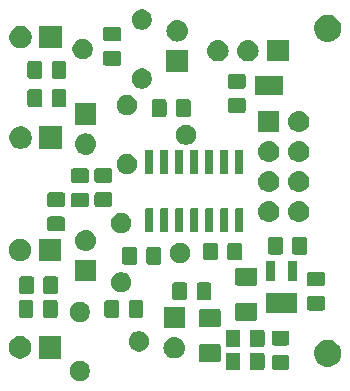
<source format=gbr>
G04 #@! TF.GenerationSoftware,KiCad,Pcbnew,(5.1.4)-1*
G04 #@! TF.CreationDate,2020-02-16T08:15:50-07:00*
G04 #@! TF.ProjectId,LightGate,4c696768-7447-4617-9465-2e6b69636164,rev?*
G04 #@! TF.SameCoordinates,PX52f83c0PY1b5ed60*
G04 #@! TF.FileFunction,Soldermask,Top*
G04 #@! TF.FilePolarity,Negative*
%FSLAX46Y46*%
G04 Gerber Fmt 4.6, Leading zero omitted, Abs format (unit mm)*
G04 Created by KiCad (PCBNEW (5.1.4)-1) date 2020-02-16 08:15:50*
%MOMM*%
%LPD*%
G04 APERTURE LIST*
%ADD10C,0.100000*%
G04 APERTURE END LIST*
D10*
G36*
X7251143Y2527913D02*
G01*
X7407838Y2463008D01*
X7548853Y2368785D01*
X7668785Y2248853D01*
X7763008Y2107838D01*
X7827913Y1951143D01*
X7861000Y1784802D01*
X7861000Y1615198D01*
X7827913Y1448857D01*
X7763008Y1292162D01*
X7668785Y1151147D01*
X7548853Y1031215D01*
X7407838Y936992D01*
X7251143Y872087D01*
X7084802Y839000D01*
X6915198Y839000D01*
X6748857Y872087D01*
X6592162Y936992D01*
X6451147Y1031215D01*
X6331215Y1151147D01*
X6236992Y1292162D01*
X6172087Y1448857D01*
X6139000Y1615198D01*
X6139000Y1784802D01*
X6172087Y1951143D01*
X6236992Y2107838D01*
X6331215Y2248853D01*
X6451147Y2368785D01*
X6592162Y2463008D01*
X6748857Y2527913D01*
X6915198Y2561000D01*
X7084802Y2561000D01*
X7251143Y2527913D01*
X7251143Y2527913D01*
G37*
G36*
X22488674Y3246535D02*
G01*
X22526367Y3235101D01*
X22561103Y3216534D01*
X22591548Y3191548D01*
X22616534Y3161103D01*
X22635101Y3126367D01*
X22646535Y3088674D01*
X22651000Y3043339D01*
X22651000Y1956661D01*
X22646535Y1911326D01*
X22635101Y1873633D01*
X22616534Y1838897D01*
X22591548Y1808452D01*
X22561103Y1783466D01*
X22526367Y1764899D01*
X22488674Y1753465D01*
X22443339Y1749000D01*
X21606661Y1749000D01*
X21561326Y1753465D01*
X21523633Y1764899D01*
X21488897Y1783466D01*
X21458452Y1808452D01*
X21433466Y1838897D01*
X21414899Y1873633D01*
X21403465Y1911326D01*
X21399000Y1956661D01*
X21399000Y3043339D01*
X21403465Y3088674D01*
X21414899Y3126367D01*
X21433466Y3161103D01*
X21458452Y3191548D01*
X21488897Y3216534D01*
X21523633Y3235101D01*
X21561326Y3246535D01*
X21606661Y3251000D01*
X22443339Y3251000D01*
X22488674Y3246535D01*
X22488674Y3246535D01*
G37*
G36*
X20438674Y3246535D02*
G01*
X20476367Y3235101D01*
X20511103Y3216534D01*
X20541548Y3191548D01*
X20566534Y3161103D01*
X20585101Y3126367D01*
X20596535Y3088674D01*
X20601000Y3043339D01*
X20601000Y1956661D01*
X20596535Y1911326D01*
X20585101Y1873633D01*
X20566534Y1838897D01*
X20541548Y1808452D01*
X20511103Y1783466D01*
X20476367Y1764899D01*
X20438674Y1753465D01*
X20393339Y1749000D01*
X19556661Y1749000D01*
X19511326Y1753465D01*
X19473633Y1764899D01*
X19438897Y1783466D01*
X19408452Y1808452D01*
X19383466Y1838897D01*
X19364899Y1873633D01*
X19353465Y1911326D01*
X19349000Y1956661D01*
X19349000Y3043339D01*
X19353465Y3088674D01*
X19364899Y3126367D01*
X19383466Y3161103D01*
X19408452Y3191548D01*
X19438897Y3216534D01*
X19473633Y3235101D01*
X19511326Y3246535D01*
X19556661Y3251000D01*
X20393339Y3251000D01*
X20438674Y3246535D01*
X20438674Y3246535D01*
G37*
G36*
X24588674Y3046535D02*
G01*
X24626367Y3035101D01*
X24661103Y3016534D01*
X24691548Y2991548D01*
X24716534Y2961103D01*
X24735101Y2926367D01*
X24746535Y2888674D01*
X24751000Y2843339D01*
X24751000Y2006661D01*
X24746535Y1961326D01*
X24735101Y1923633D01*
X24716534Y1888897D01*
X24691548Y1858452D01*
X24661103Y1833466D01*
X24626367Y1814899D01*
X24588674Y1803465D01*
X24543339Y1799000D01*
X23456661Y1799000D01*
X23411326Y1803465D01*
X23373633Y1814899D01*
X23338897Y1833466D01*
X23308452Y1858452D01*
X23283466Y1888897D01*
X23264899Y1923633D01*
X23253465Y1961326D01*
X23249000Y2006661D01*
X23249000Y2843339D01*
X23253465Y2888674D01*
X23264899Y2926367D01*
X23283466Y2961103D01*
X23308452Y2991548D01*
X23338897Y3016534D01*
X23373633Y3035101D01*
X23411326Y3046535D01*
X23456661Y3051000D01*
X24543339Y3051000D01*
X24588674Y3046535D01*
X24588674Y3046535D01*
G37*
G36*
X28224549Y4328884D02*
G01*
X28335734Y4306768D01*
X28545203Y4220003D01*
X28733720Y4094040D01*
X28894040Y3933720D01*
X28997609Y3778718D01*
X29020004Y3745201D01*
X29039141Y3699000D01*
X29058964Y3651144D01*
X29106768Y3535733D01*
X29151000Y3313365D01*
X29151000Y3086635D01*
X29142871Y3045770D01*
X29106768Y2864266D01*
X29074161Y2785547D01*
X29024077Y2664631D01*
X29020003Y2654797D01*
X28894040Y2466280D01*
X28733720Y2305960D01*
X28545203Y2179997D01*
X28335734Y2093232D01*
X28224836Y2071173D01*
X28113365Y2049000D01*
X27886635Y2049000D01*
X27775164Y2071173D01*
X27664266Y2093232D01*
X27454797Y2179997D01*
X27266280Y2305960D01*
X27105960Y2466280D01*
X26979997Y2654797D01*
X26975924Y2664631D01*
X26925839Y2785547D01*
X26893232Y2864266D01*
X26857129Y3045770D01*
X26849000Y3086635D01*
X26849000Y3313365D01*
X26893232Y3535733D01*
X26941037Y3651144D01*
X26960859Y3699000D01*
X26979996Y3745201D01*
X27002391Y3778718D01*
X27105960Y3933720D01*
X27266280Y4094040D01*
X27454797Y4220003D01*
X27664266Y4306768D01*
X27775451Y4328884D01*
X27886635Y4351000D01*
X28113365Y4351000D01*
X28224549Y4328884D01*
X28224549Y4328884D01*
G37*
G36*
X18775562Y3971819D02*
G01*
X18810481Y3961226D01*
X18842663Y3944024D01*
X18870873Y3920873D01*
X18894024Y3892663D01*
X18911226Y3860481D01*
X18921819Y3825562D01*
X18926000Y3783105D01*
X18926000Y2641895D01*
X18921819Y2599438D01*
X18911226Y2564519D01*
X18894024Y2532337D01*
X18870873Y2504127D01*
X18842663Y2480976D01*
X18810481Y2463774D01*
X18775562Y2453181D01*
X18733105Y2449000D01*
X17266895Y2449000D01*
X17224438Y2453181D01*
X17189519Y2463774D01*
X17157337Y2480976D01*
X17129127Y2504127D01*
X17105976Y2532337D01*
X17088774Y2564519D01*
X17078181Y2599438D01*
X17074000Y2641895D01*
X17074000Y3783105D01*
X17078181Y3825562D01*
X17088774Y3860481D01*
X17105976Y3892663D01*
X17129127Y3920873D01*
X17157337Y3944024D01*
X17189519Y3961226D01*
X17224438Y3971819D01*
X17266895Y3976000D01*
X18733105Y3976000D01*
X18775562Y3971819D01*
X18775562Y3971819D01*
G37*
G36*
X5451000Y2749000D02*
G01*
X3549000Y2749000D01*
X3549000Y4651000D01*
X5451000Y4651000D01*
X5451000Y2749000D01*
X5451000Y2749000D01*
G37*
G36*
X2237395Y4614454D02*
G01*
X2410466Y4542766D01*
X2410467Y4542765D01*
X2566227Y4438690D01*
X2698690Y4306227D01*
X2713006Y4284801D01*
X2802766Y4150466D01*
X2874454Y3977395D01*
X2911000Y3793667D01*
X2911000Y3606333D01*
X2874454Y3422605D01*
X2802766Y3249534D01*
X2802765Y3249533D01*
X2698690Y3093773D01*
X2566227Y2961310D01*
X2565917Y2961103D01*
X2410466Y2857234D01*
X2237395Y2785546D01*
X2053667Y2749000D01*
X1866333Y2749000D01*
X1682605Y2785546D01*
X1509534Y2857234D01*
X1354083Y2961103D01*
X1353773Y2961310D01*
X1221310Y3093773D01*
X1117235Y3249533D01*
X1117234Y3249534D01*
X1045546Y3422605D01*
X1009000Y3606333D01*
X1009000Y3793667D01*
X1045546Y3977395D01*
X1117234Y4150466D01*
X1206994Y4284801D01*
X1221310Y4306227D01*
X1353773Y4438690D01*
X1509533Y4542765D01*
X1509534Y4542766D01*
X1682605Y4614454D01*
X1866333Y4651000D01*
X2053667Y4651000D01*
X2237395Y4614454D01*
X2237395Y4614454D01*
G37*
G36*
X15110443Y4554481D02*
G01*
X15176627Y4547963D01*
X15346466Y4496443D01*
X15502991Y4412778D01*
X15538729Y4383448D01*
X15640186Y4300186D01*
X15723448Y4198729D01*
X15752778Y4162991D01*
X15836443Y4006466D01*
X15887963Y3836627D01*
X15905359Y3660000D01*
X15887963Y3483373D01*
X15844168Y3339000D01*
X15836442Y3313532D01*
X15800631Y3246535D01*
X15752778Y3157009D01*
X15723448Y3121271D01*
X15640186Y3019814D01*
X15568896Y2961309D01*
X15502991Y2907222D01*
X15346466Y2823557D01*
X15176627Y2772037D01*
X15110443Y2765519D01*
X15044260Y2759000D01*
X14955740Y2759000D01*
X14889558Y2765518D01*
X14823373Y2772037D01*
X14653534Y2823557D01*
X14497009Y2907222D01*
X14431104Y2961309D01*
X14359814Y3019814D01*
X14276552Y3121271D01*
X14247222Y3157009D01*
X14199369Y3246535D01*
X14163558Y3313532D01*
X14155832Y3339000D01*
X14112037Y3483373D01*
X14094641Y3660000D01*
X14112037Y3836627D01*
X14163557Y4006466D01*
X14247222Y4162991D01*
X14276552Y4198729D01*
X14359814Y4300186D01*
X14461271Y4383448D01*
X14497009Y4412778D01*
X14653534Y4496443D01*
X14823373Y4547963D01*
X14889557Y4554481D01*
X14955740Y4561000D01*
X15044260Y4561000D01*
X15110443Y4554481D01*
X15110443Y4554481D01*
G37*
G36*
X12251143Y5027913D02*
G01*
X12407838Y4963008D01*
X12548853Y4868785D01*
X12668785Y4748853D01*
X12763008Y4607838D01*
X12827913Y4451143D01*
X12861000Y4284802D01*
X12861000Y4115198D01*
X12827913Y3948857D01*
X12763008Y3792162D01*
X12668785Y3651147D01*
X12548853Y3531215D01*
X12407838Y3436992D01*
X12251143Y3372087D01*
X12084802Y3339000D01*
X11915198Y3339000D01*
X11748857Y3372087D01*
X11592162Y3436992D01*
X11451147Y3531215D01*
X11331215Y3651147D01*
X11236992Y3792162D01*
X11172087Y3948857D01*
X11139000Y4115198D01*
X11139000Y4284802D01*
X11172087Y4451143D01*
X11236992Y4607838D01*
X11331215Y4748853D01*
X11451147Y4868785D01*
X11592162Y4963008D01*
X11748857Y5027913D01*
X11915198Y5061000D01*
X12084802Y5061000D01*
X12251143Y5027913D01*
X12251143Y5027913D01*
G37*
G36*
X20438674Y5196535D02*
G01*
X20476367Y5185101D01*
X20511103Y5166534D01*
X20541548Y5141548D01*
X20566534Y5111103D01*
X20585101Y5076367D01*
X20596535Y5038674D01*
X20601000Y4993339D01*
X20601000Y3906661D01*
X20596535Y3861326D01*
X20585101Y3823633D01*
X20566534Y3788897D01*
X20541548Y3758452D01*
X20511103Y3733466D01*
X20476367Y3714899D01*
X20438674Y3703465D01*
X20393339Y3699000D01*
X19556661Y3699000D01*
X19511326Y3703465D01*
X19473633Y3714899D01*
X19438897Y3733466D01*
X19408452Y3758452D01*
X19383466Y3788897D01*
X19364899Y3823633D01*
X19353465Y3861326D01*
X19349000Y3906661D01*
X19349000Y4993339D01*
X19353465Y5038674D01*
X19364899Y5076367D01*
X19383466Y5111103D01*
X19408452Y5141548D01*
X19438897Y5166534D01*
X19473633Y5185101D01*
X19511326Y5196535D01*
X19556661Y5201000D01*
X20393339Y5201000D01*
X20438674Y5196535D01*
X20438674Y5196535D01*
G37*
G36*
X22488674Y5196535D02*
G01*
X22526367Y5185101D01*
X22561103Y5166534D01*
X22591548Y5141548D01*
X22616534Y5111103D01*
X22635101Y5076367D01*
X22646535Y5038674D01*
X22651000Y4993339D01*
X22651000Y3906661D01*
X22646535Y3861326D01*
X22635101Y3823633D01*
X22616534Y3788897D01*
X22591548Y3758452D01*
X22561103Y3733466D01*
X22526367Y3714899D01*
X22488674Y3703465D01*
X22443339Y3699000D01*
X21606661Y3699000D01*
X21561326Y3703465D01*
X21523633Y3714899D01*
X21488897Y3733466D01*
X21458452Y3758452D01*
X21433466Y3788897D01*
X21414899Y3823633D01*
X21403465Y3861326D01*
X21399000Y3906661D01*
X21399000Y4993339D01*
X21403465Y5038674D01*
X21414899Y5076367D01*
X21433466Y5111103D01*
X21458452Y5141548D01*
X21488897Y5166534D01*
X21523633Y5185101D01*
X21561326Y5196535D01*
X21606661Y5201000D01*
X22443339Y5201000D01*
X22488674Y5196535D01*
X22488674Y5196535D01*
G37*
G36*
X24588674Y5096535D02*
G01*
X24626367Y5085101D01*
X24661103Y5066534D01*
X24691548Y5041548D01*
X24716534Y5011103D01*
X24735101Y4976367D01*
X24746535Y4938674D01*
X24751000Y4893339D01*
X24751000Y4056661D01*
X24746535Y4011326D01*
X24735101Y3973633D01*
X24716534Y3938897D01*
X24691548Y3908452D01*
X24661103Y3883466D01*
X24626367Y3864899D01*
X24588674Y3853465D01*
X24543339Y3849000D01*
X23456661Y3849000D01*
X23411326Y3853465D01*
X23373633Y3864899D01*
X23338897Y3883466D01*
X23308452Y3908452D01*
X23283466Y3938897D01*
X23264899Y3973633D01*
X23253465Y4011326D01*
X23249000Y4056661D01*
X23249000Y4893339D01*
X23253465Y4938674D01*
X23264899Y4976367D01*
X23283466Y5011103D01*
X23308452Y5041548D01*
X23338897Y5066534D01*
X23373633Y5085101D01*
X23411326Y5096535D01*
X23456661Y5101000D01*
X24543339Y5101000D01*
X24588674Y5096535D01*
X24588674Y5096535D01*
G37*
G36*
X15901000Y5299000D02*
G01*
X14099000Y5299000D01*
X14099000Y7101000D01*
X15901000Y7101000D01*
X15901000Y5299000D01*
X15901000Y5299000D01*
G37*
G36*
X18775562Y6946819D02*
G01*
X18810481Y6936226D01*
X18842663Y6919024D01*
X18870873Y6895873D01*
X18894024Y6867663D01*
X18911226Y6835481D01*
X18921819Y6800562D01*
X18926000Y6758105D01*
X18926000Y5616895D01*
X18921819Y5574438D01*
X18911226Y5539519D01*
X18894024Y5507337D01*
X18870873Y5479127D01*
X18842663Y5455976D01*
X18810481Y5438774D01*
X18775562Y5428181D01*
X18733105Y5424000D01*
X17266895Y5424000D01*
X17224438Y5428181D01*
X17189519Y5438774D01*
X17157337Y5455976D01*
X17129127Y5479127D01*
X17105976Y5507337D01*
X17088774Y5539519D01*
X17078181Y5574438D01*
X17074000Y5616895D01*
X17074000Y6758105D01*
X17078181Y6800562D01*
X17088774Y6835481D01*
X17105976Y6867663D01*
X17129127Y6895873D01*
X17157337Y6919024D01*
X17189519Y6936226D01*
X17224438Y6946819D01*
X17266895Y6951000D01*
X18733105Y6951000D01*
X18775562Y6946819D01*
X18775562Y6946819D01*
G37*
G36*
X7251143Y7527913D02*
G01*
X7407838Y7463008D01*
X7548853Y7368785D01*
X7668785Y7248853D01*
X7763008Y7107838D01*
X7827913Y6951143D01*
X7861000Y6784802D01*
X7861000Y6615198D01*
X7827913Y6448857D01*
X7763008Y6292162D01*
X7668785Y6151147D01*
X7548853Y6031215D01*
X7407838Y5936992D01*
X7251143Y5872087D01*
X7084802Y5839000D01*
X6915198Y5839000D01*
X6748857Y5872087D01*
X6592162Y5936992D01*
X6451147Y6031215D01*
X6331215Y6151147D01*
X6236992Y6292162D01*
X6172087Y6448857D01*
X6139000Y6615198D01*
X6139000Y6784802D01*
X6172087Y6951143D01*
X6236992Y7107838D01*
X6331215Y7248853D01*
X6451147Y7368785D01*
X6592162Y7463008D01*
X6748857Y7527913D01*
X6915198Y7561000D01*
X7084802Y7561000D01*
X7251143Y7527913D01*
X7251143Y7527913D01*
G37*
G36*
X21875562Y7471819D02*
G01*
X21910481Y7461226D01*
X21942663Y7444024D01*
X21970873Y7420873D01*
X21994024Y7392663D01*
X22011226Y7360481D01*
X22021819Y7325562D01*
X22026000Y7283105D01*
X22026000Y6141895D01*
X22021819Y6099438D01*
X22011226Y6064519D01*
X21994024Y6032337D01*
X21970873Y6004127D01*
X21942663Y5980976D01*
X21910481Y5963774D01*
X21875562Y5953181D01*
X21833105Y5949000D01*
X20366895Y5949000D01*
X20324438Y5953181D01*
X20289519Y5963774D01*
X20257337Y5980976D01*
X20229127Y6004127D01*
X20205976Y6032337D01*
X20188774Y6064519D01*
X20178181Y6099438D01*
X20174000Y6141895D01*
X20174000Y7283105D01*
X20178181Y7325562D01*
X20188774Y7360481D01*
X20205976Y7392663D01*
X20229127Y7420873D01*
X20257337Y7444024D01*
X20289519Y7461226D01*
X20324438Y7471819D01*
X20366895Y7476000D01*
X21833105Y7476000D01*
X21875562Y7471819D01*
X21875562Y7471819D01*
G37*
G36*
X2913674Y7696535D02*
G01*
X2951367Y7685101D01*
X2986103Y7666534D01*
X3016548Y7641548D01*
X3041534Y7611103D01*
X3060101Y7576367D01*
X3071535Y7538674D01*
X3076000Y7493339D01*
X3076000Y6406661D01*
X3071535Y6361326D01*
X3060101Y6323633D01*
X3041534Y6288897D01*
X3016548Y6258452D01*
X2986103Y6233466D01*
X2951367Y6214899D01*
X2913674Y6203465D01*
X2868339Y6199000D01*
X2031661Y6199000D01*
X1986326Y6203465D01*
X1948633Y6214899D01*
X1913897Y6233466D01*
X1883452Y6258452D01*
X1858466Y6288897D01*
X1839899Y6323633D01*
X1828465Y6361326D01*
X1824000Y6406661D01*
X1824000Y7493339D01*
X1828465Y7538674D01*
X1839899Y7576367D01*
X1858466Y7611103D01*
X1883452Y7641548D01*
X1913897Y7666534D01*
X1948633Y7685101D01*
X1986326Y7696535D01*
X2031661Y7701000D01*
X2868339Y7701000D01*
X2913674Y7696535D01*
X2913674Y7696535D01*
G37*
G36*
X12238674Y7696535D02*
G01*
X12276367Y7685101D01*
X12311103Y7666534D01*
X12341548Y7641548D01*
X12366534Y7611103D01*
X12385101Y7576367D01*
X12396535Y7538674D01*
X12401000Y7493339D01*
X12401000Y6406661D01*
X12396535Y6361326D01*
X12385101Y6323633D01*
X12366534Y6288897D01*
X12341548Y6258452D01*
X12311103Y6233466D01*
X12276367Y6214899D01*
X12238674Y6203465D01*
X12193339Y6199000D01*
X11356661Y6199000D01*
X11311326Y6203465D01*
X11273633Y6214899D01*
X11238897Y6233466D01*
X11208452Y6258452D01*
X11183466Y6288897D01*
X11164899Y6323633D01*
X11153465Y6361326D01*
X11149000Y6406661D01*
X11149000Y7493339D01*
X11153465Y7538674D01*
X11164899Y7576367D01*
X11183466Y7611103D01*
X11208452Y7641548D01*
X11238897Y7666534D01*
X11273633Y7685101D01*
X11311326Y7696535D01*
X11356661Y7701000D01*
X12193339Y7701000D01*
X12238674Y7696535D01*
X12238674Y7696535D01*
G37*
G36*
X4963674Y7696535D02*
G01*
X5001367Y7685101D01*
X5036103Y7666534D01*
X5066548Y7641548D01*
X5091534Y7611103D01*
X5110101Y7576367D01*
X5121535Y7538674D01*
X5126000Y7493339D01*
X5126000Y6406661D01*
X5121535Y6361326D01*
X5110101Y6323633D01*
X5091534Y6288897D01*
X5066548Y6258452D01*
X5036103Y6233466D01*
X5001367Y6214899D01*
X4963674Y6203465D01*
X4918339Y6199000D01*
X4081661Y6199000D01*
X4036326Y6203465D01*
X3998633Y6214899D01*
X3963897Y6233466D01*
X3933452Y6258452D01*
X3908466Y6288897D01*
X3889899Y6323633D01*
X3878465Y6361326D01*
X3874000Y6406661D01*
X3874000Y7493339D01*
X3878465Y7538674D01*
X3889899Y7576367D01*
X3908466Y7611103D01*
X3933452Y7641548D01*
X3963897Y7666534D01*
X3998633Y7685101D01*
X4036326Y7696535D01*
X4081661Y7701000D01*
X4918339Y7701000D01*
X4963674Y7696535D01*
X4963674Y7696535D01*
G37*
G36*
X10188674Y7696535D02*
G01*
X10226367Y7685101D01*
X10261103Y7666534D01*
X10291548Y7641548D01*
X10316534Y7611103D01*
X10335101Y7576367D01*
X10346535Y7538674D01*
X10351000Y7493339D01*
X10351000Y6406661D01*
X10346535Y6361326D01*
X10335101Y6323633D01*
X10316534Y6288897D01*
X10291548Y6258452D01*
X10261103Y6233466D01*
X10226367Y6214899D01*
X10188674Y6203465D01*
X10143339Y6199000D01*
X9306661Y6199000D01*
X9261326Y6203465D01*
X9223633Y6214899D01*
X9188897Y6233466D01*
X9158452Y6258452D01*
X9133466Y6288897D01*
X9114899Y6323633D01*
X9103465Y6361326D01*
X9099000Y6406661D01*
X9099000Y7493339D01*
X9103465Y7538674D01*
X9114899Y7576367D01*
X9133466Y7611103D01*
X9158452Y7641548D01*
X9188897Y7666534D01*
X9223633Y7685101D01*
X9261326Y7696535D01*
X9306661Y7701000D01*
X10143339Y7701000D01*
X10188674Y7696535D01*
X10188674Y7696535D01*
G37*
G36*
X25426000Y6619000D02*
G01*
X22774000Y6619000D01*
X22774000Y8281000D01*
X25426000Y8281000D01*
X25426000Y6619000D01*
X25426000Y6619000D01*
G37*
G36*
X27588674Y8046535D02*
G01*
X27626367Y8035101D01*
X27661103Y8016534D01*
X27691548Y7991548D01*
X27716534Y7961103D01*
X27735101Y7926367D01*
X27746535Y7888674D01*
X27751000Y7843339D01*
X27751000Y7006661D01*
X27746535Y6961326D01*
X27735101Y6923633D01*
X27716534Y6888897D01*
X27691548Y6858452D01*
X27661103Y6833466D01*
X27626367Y6814899D01*
X27588674Y6803465D01*
X27543339Y6799000D01*
X26456661Y6799000D01*
X26411326Y6803465D01*
X26373633Y6814899D01*
X26338897Y6833466D01*
X26308452Y6858452D01*
X26283466Y6888897D01*
X26264899Y6923633D01*
X26253465Y6961326D01*
X26249000Y7006661D01*
X26249000Y7843339D01*
X26253465Y7888674D01*
X26264899Y7926367D01*
X26283466Y7961103D01*
X26308452Y7991548D01*
X26338897Y8016534D01*
X26373633Y8035101D01*
X26411326Y8046535D01*
X26456661Y8051000D01*
X27543339Y8051000D01*
X27588674Y8046535D01*
X27588674Y8046535D01*
G37*
G36*
X15938674Y9196535D02*
G01*
X15976367Y9185101D01*
X16011103Y9166534D01*
X16041548Y9141548D01*
X16066534Y9111103D01*
X16085101Y9076367D01*
X16096535Y9038674D01*
X16101000Y8993339D01*
X16101000Y7906661D01*
X16096535Y7861326D01*
X16085101Y7823633D01*
X16066534Y7788897D01*
X16041548Y7758452D01*
X16011103Y7733466D01*
X15976367Y7714899D01*
X15938674Y7703465D01*
X15893339Y7699000D01*
X15056661Y7699000D01*
X15011326Y7703465D01*
X14973633Y7714899D01*
X14938897Y7733466D01*
X14908452Y7758452D01*
X14883466Y7788897D01*
X14864899Y7823633D01*
X14853465Y7861326D01*
X14849000Y7906661D01*
X14849000Y8993339D01*
X14853465Y9038674D01*
X14864899Y9076367D01*
X14883466Y9111103D01*
X14908452Y9141548D01*
X14938897Y9166534D01*
X14973633Y9185101D01*
X15011326Y9196535D01*
X15056661Y9201000D01*
X15893339Y9201000D01*
X15938674Y9196535D01*
X15938674Y9196535D01*
G37*
G36*
X17988674Y9196535D02*
G01*
X18026367Y9185101D01*
X18061103Y9166534D01*
X18091548Y9141548D01*
X18116534Y9111103D01*
X18135101Y9076367D01*
X18146535Y9038674D01*
X18151000Y8993339D01*
X18151000Y7906661D01*
X18146535Y7861326D01*
X18135101Y7823633D01*
X18116534Y7788897D01*
X18091548Y7758452D01*
X18061103Y7733466D01*
X18026367Y7714899D01*
X17988674Y7703465D01*
X17943339Y7699000D01*
X17106661Y7699000D01*
X17061326Y7703465D01*
X17023633Y7714899D01*
X16988897Y7733466D01*
X16958452Y7758452D01*
X16933466Y7788897D01*
X16914899Y7823633D01*
X16903465Y7861326D01*
X16899000Y7906661D01*
X16899000Y8993339D01*
X16903465Y9038674D01*
X16914899Y9076367D01*
X16933466Y9111103D01*
X16958452Y9141548D01*
X16988897Y9166534D01*
X17023633Y9185101D01*
X17061326Y9196535D01*
X17106661Y9201000D01*
X17943339Y9201000D01*
X17988674Y9196535D01*
X17988674Y9196535D01*
G37*
G36*
X2963674Y9696535D02*
G01*
X3001367Y9685101D01*
X3036103Y9666534D01*
X3066548Y9641548D01*
X3091534Y9611103D01*
X3110101Y9576367D01*
X3121535Y9538674D01*
X3126000Y9493339D01*
X3126000Y8406661D01*
X3121535Y8361326D01*
X3110101Y8323633D01*
X3091534Y8288897D01*
X3066548Y8258452D01*
X3036103Y8233466D01*
X3001367Y8214899D01*
X2963674Y8203465D01*
X2918339Y8199000D01*
X2081661Y8199000D01*
X2036326Y8203465D01*
X1998633Y8214899D01*
X1963897Y8233466D01*
X1933452Y8258452D01*
X1908466Y8288897D01*
X1889899Y8323633D01*
X1878465Y8361326D01*
X1874000Y8406661D01*
X1874000Y9493339D01*
X1878465Y9538674D01*
X1889899Y9576367D01*
X1908466Y9611103D01*
X1933452Y9641548D01*
X1963897Y9666534D01*
X1998633Y9685101D01*
X2036326Y9696535D01*
X2081661Y9701000D01*
X2918339Y9701000D01*
X2963674Y9696535D01*
X2963674Y9696535D01*
G37*
G36*
X5013674Y9696535D02*
G01*
X5051367Y9685101D01*
X5086103Y9666534D01*
X5116548Y9641548D01*
X5141534Y9611103D01*
X5160101Y9576367D01*
X5171535Y9538674D01*
X5176000Y9493339D01*
X5176000Y8406661D01*
X5171535Y8361326D01*
X5160101Y8323633D01*
X5141534Y8288897D01*
X5116548Y8258452D01*
X5086103Y8233466D01*
X5051367Y8214899D01*
X5013674Y8203465D01*
X4968339Y8199000D01*
X4131661Y8199000D01*
X4086326Y8203465D01*
X4048633Y8214899D01*
X4013897Y8233466D01*
X3983452Y8258452D01*
X3958466Y8288897D01*
X3939899Y8323633D01*
X3928465Y8361326D01*
X3924000Y8406661D01*
X3924000Y9493339D01*
X3928465Y9538674D01*
X3939899Y9576367D01*
X3958466Y9611103D01*
X3983452Y9641548D01*
X4013897Y9666534D01*
X4048633Y9685101D01*
X4086326Y9696535D01*
X4131661Y9701000D01*
X4968339Y9701000D01*
X5013674Y9696535D01*
X5013674Y9696535D01*
G37*
G36*
X10751143Y10027913D02*
G01*
X10907838Y9963008D01*
X11048853Y9868785D01*
X11168785Y9748853D01*
X11263008Y9607838D01*
X11327913Y9451143D01*
X11361000Y9284802D01*
X11361000Y9115198D01*
X11327913Y8948857D01*
X11263008Y8792162D01*
X11168785Y8651147D01*
X11048853Y8531215D01*
X10907838Y8436992D01*
X10751143Y8372087D01*
X10584802Y8339000D01*
X10415198Y8339000D01*
X10248857Y8372087D01*
X10092162Y8436992D01*
X9951147Y8531215D01*
X9831215Y8651147D01*
X9736992Y8792162D01*
X9672087Y8948857D01*
X9639000Y9115198D01*
X9639000Y9284802D01*
X9672087Y9451143D01*
X9736992Y9607838D01*
X9831215Y9748853D01*
X9951147Y9868785D01*
X10092162Y9963008D01*
X10248857Y10027913D01*
X10415198Y10061000D01*
X10584802Y10061000D01*
X10751143Y10027913D01*
X10751143Y10027913D01*
G37*
G36*
X27588674Y10096535D02*
G01*
X27626367Y10085101D01*
X27661103Y10066534D01*
X27691548Y10041548D01*
X27716534Y10011103D01*
X27735101Y9976367D01*
X27746535Y9938674D01*
X27751000Y9893339D01*
X27751000Y9056661D01*
X27746535Y9011326D01*
X27735101Y8973633D01*
X27716534Y8938897D01*
X27691548Y8908452D01*
X27661103Y8883466D01*
X27626367Y8864899D01*
X27588674Y8853465D01*
X27543339Y8849000D01*
X26456661Y8849000D01*
X26411326Y8853465D01*
X26373633Y8864899D01*
X26338897Y8883466D01*
X26308452Y8908452D01*
X26283466Y8938897D01*
X26264899Y8973633D01*
X26253465Y9011326D01*
X26249000Y9056661D01*
X26249000Y9893339D01*
X26253465Y9938674D01*
X26264899Y9976367D01*
X26283466Y10011103D01*
X26308452Y10041548D01*
X26338897Y10066534D01*
X26373633Y10085101D01*
X26411326Y10096535D01*
X26456661Y10101000D01*
X27543339Y10101000D01*
X27588674Y10096535D01*
X27588674Y10096535D01*
G37*
G36*
X21875562Y10446819D02*
G01*
X21910481Y10436226D01*
X21942663Y10419024D01*
X21970873Y10395873D01*
X21994024Y10367663D01*
X22011226Y10335481D01*
X22021819Y10300562D01*
X22026000Y10258105D01*
X22026000Y9116895D01*
X22021819Y9074438D01*
X22011226Y9039519D01*
X21994024Y9007337D01*
X21970873Y8979127D01*
X21942663Y8955976D01*
X21910481Y8938774D01*
X21875562Y8928181D01*
X21833105Y8924000D01*
X20366895Y8924000D01*
X20324438Y8928181D01*
X20289519Y8938774D01*
X20257337Y8955976D01*
X20229127Y8979127D01*
X20205976Y9007337D01*
X20188774Y9039519D01*
X20178181Y9074438D01*
X20174000Y9116895D01*
X20174000Y10258105D01*
X20178181Y10300562D01*
X20188774Y10335481D01*
X20205976Y10367663D01*
X20229127Y10395873D01*
X20257337Y10419024D01*
X20289519Y10436226D01*
X20324438Y10446819D01*
X20366895Y10451000D01*
X21833105Y10451000D01*
X21875562Y10446819D01*
X21875562Y10446819D01*
G37*
G36*
X8401000Y9299000D02*
G01*
X6599000Y9299000D01*
X6599000Y11101000D01*
X8401000Y11101000D01*
X8401000Y9299000D01*
X8401000Y9299000D01*
G37*
G36*
X23526000Y9319000D02*
G01*
X22774000Y9319000D01*
X22774000Y10981000D01*
X23526000Y10981000D01*
X23526000Y9319000D01*
X23526000Y9319000D01*
G37*
G36*
X25426000Y9319000D02*
G01*
X24674000Y9319000D01*
X24674000Y10981000D01*
X25426000Y10981000D01*
X25426000Y9319000D01*
X25426000Y9319000D01*
G37*
G36*
X13738674Y12196535D02*
G01*
X13776367Y12185101D01*
X13811103Y12166534D01*
X13841548Y12141548D01*
X13866534Y12111103D01*
X13885101Y12076367D01*
X13896535Y12038674D01*
X13901000Y11993339D01*
X13901000Y10906661D01*
X13896535Y10861326D01*
X13885101Y10823633D01*
X13866534Y10788897D01*
X13841548Y10758452D01*
X13811103Y10733466D01*
X13776367Y10714899D01*
X13738674Y10703465D01*
X13693339Y10699000D01*
X12856661Y10699000D01*
X12811326Y10703465D01*
X12773633Y10714899D01*
X12738897Y10733466D01*
X12708452Y10758452D01*
X12683466Y10788897D01*
X12664899Y10823633D01*
X12653465Y10861326D01*
X12649000Y10906661D01*
X12649000Y11993339D01*
X12653465Y12038674D01*
X12664899Y12076367D01*
X12683466Y12111103D01*
X12708452Y12141548D01*
X12738897Y12166534D01*
X12773633Y12185101D01*
X12811326Y12196535D01*
X12856661Y12201000D01*
X13693339Y12201000D01*
X13738674Y12196535D01*
X13738674Y12196535D01*
G37*
G36*
X11688674Y12196535D02*
G01*
X11726367Y12185101D01*
X11761103Y12166534D01*
X11791548Y12141548D01*
X11816534Y12111103D01*
X11835101Y12076367D01*
X11846535Y12038674D01*
X11851000Y11993339D01*
X11851000Y10906661D01*
X11846535Y10861326D01*
X11835101Y10823633D01*
X11816534Y10788897D01*
X11791548Y10758452D01*
X11761103Y10733466D01*
X11726367Y10714899D01*
X11688674Y10703465D01*
X11643339Y10699000D01*
X10806661Y10699000D01*
X10761326Y10703465D01*
X10723633Y10714899D01*
X10688897Y10733466D01*
X10658452Y10758452D01*
X10633466Y10788897D01*
X10614899Y10823633D01*
X10603465Y10861326D01*
X10599000Y10906661D01*
X10599000Y11993339D01*
X10603465Y12038674D01*
X10614899Y12076367D01*
X10633466Y12111103D01*
X10658452Y12141548D01*
X10688897Y12166534D01*
X10723633Y12185101D01*
X10761326Y12196535D01*
X10806661Y12201000D01*
X11643339Y12201000D01*
X11688674Y12196535D01*
X11688674Y12196535D01*
G37*
G36*
X15751143Y12527913D02*
G01*
X15907838Y12463008D01*
X16048853Y12368785D01*
X16168785Y12248853D01*
X16263008Y12107838D01*
X16327913Y11951143D01*
X16361000Y11784802D01*
X16361000Y11615198D01*
X16327913Y11448857D01*
X16263008Y11292162D01*
X16168785Y11151147D01*
X16048853Y11031215D01*
X15907838Y10936992D01*
X15751143Y10872087D01*
X15584802Y10839000D01*
X15415198Y10839000D01*
X15248857Y10872087D01*
X15092162Y10936992D01*
X14951147Y11031215D01*
X14831215Y11151147D01*
X14736992Y11292162D01*
X14672087Y11448857D01*
X14639000Y11615198D01*
X14639000Y11784802D01*
X14672087Y11951143D01*
X14736992Y12107838D01*
X14831215Y12248853D01*
X14951147Y12368785D01*
X15092162Y12463008D01*
X15248857Y12527913D01*
X15415198Y12561000D01*
X15584802Y12561000D01*
X15751143Y12527913D01*
X15751143Y12527913D01*
G37*
G36*
X5451000Y10999000D02*
G01*
X3549000Y10999000D01*
X3549000Y12901000D01*
X5451000Y12901000D01*
X5451000Y10999000D01*
X5451000Y10999000D01*
G37*
G36*
X2237395Y12864454D02*
G01*
X2410466Y12792766D01*
X2410467Y12792765D01*
X2566227Y12688690D01*
X2698690Y12556227D01*
X2705166Y12546535D01*
X2802766Y12400466D01*
X2874454Y12227395D01*
X2911000Y12043667D01*
X2911000Y11856333D01*
X2874454Y11672605D01*
X2802766Y11499534D01*
X2802765Y11499533D01*
X2698690Y11343773D01*
X2566227Y11211310D01*
X2509839Y11173633D01*
X2410466Y11107234D01*
X2237395Y11035546D01*
X2053667Y10999000D01*
X1866333Y10999000D01*
X1682605Y11035546D01*
X1509534Y11107234D01*
X1410161Y11173633D01*
X1353773Y11211310D01*
X1221310Y11343773D01*
X1117235Y11499533D01*
X1117234Y11499534D01*
X1045546Y11672605D01*
X1009000Y11856333D01*
X1009000Y12043667D01*
X1045546Y12227395D01*
X1117234Y12400466D01*
X1214834Y12546535D01*
X1221310Y12556227D01*
X1353773Y12688690D01*
X1509533Y12792765D01*
X1509534Y12792766D01*
X1682605Y12864454D01*
X1866333Y12901000D01*
X2053667Y12901000D01*
X2237395Y12864454D01*
X2237395Y12864454D01*
G37*
G36*
X20588674Y12546535D02*
G01*
X20626367Y12535101D01*
X20661103Y12516534D01*
X20691548Y12491548D01*
X20716534Y12461103D01*
X20735101Y12426367D01*
X20746535Y12388674D01*
X20751000Y12343339D01*
X20751000Y11256661D01*
X20746535Y11211326D01*
X20735101Y11173633D01*
X20716534Y11138897D01*
X20691548Y11108452D01*
X20661103Y11083466D01*
X20626367Y11064899D01*
X20588674Y11053465D01*
X20543339Y11049000D01*
X19706661Y11049000D01*
X19661326Y11053465D01*
X19623633Y11064899D01*
X19588897Y11083466D01*
X19558452Y11108452D01*
X19533466Y11138897D01*
X19514899Y11173633D01*
X19503465Y11211326D01*
X19499000Y11256661D01*
X19499000Y12343339D01*
X19503465Y12388674D01*
X19514899Y12426367D01*
X19533466Y12461103D01*
X19558452Y12491548D01*
X19588897Y12516534D01*
X19623633Y12535101D01*
X19661326Y12546535D01*
X19706661Y12551000D01*
X20543339Y12551000D01*
X20588674Y12546535D01*
X20588674Y12546535D01*
G37*
G36*
X18538674Y12546535D02*
G01*
X18576367Y12535101D01*
X18611103Y12516534D01*
X18641548Y12491548D01*
X18666534Y12461103D01*
X18685101Y12426367D01*
X18696535Y12388674D01*
X18701000Y12343339D01*
X18701000Y11256661D01*
X18696535Y11211326D01*
X18685101Y11173633D01*
X18666534Y11138897D01*
X18641548Y11108452D01*
X18611103Y11083466D01*
X18576367Y11064899D01*
X18538674Y11053465D01*
X18493339Y11049000D01*
X17656661Y11049000D01*
X17611326Y11053465D01*
X17573633Y11064899D01*
X17538897Y11083466D01*
X17508452Y11108452D01*
X17483466Y11138897D01*
X17464899Y11173633D01*
X17453465Y11211326D01*
X17449000Y11256661D01*
X17449000Y12343339D01*
X17453465Y12388674D01*
X17464899Y12426367D01*
X17483466Y12461103D01*
X17508452Y12491548D01*
X17538897Y12516534D01*
X17573633Y12535101D01*
X17611326Y12546535D01*
X17656661Y12551000D01*
X18493339Y12551000D01*
X18538674Y12546535D01*
X18538674Y12546535D01*
G37*
G36*
X24038674Y13046535D02*
G01*
X24076367Y13035101D01*
X24111103Y13016534D01*
X24141548Y12991548D01*
X24166534Y12961103D01*
X24185101Y12926367D01*
X24196535Y12888674D01*
X24201000Y12843339D01*
X24201000Y11756661D01*
X24196535Y11711326D01*
X24185101Y11673633D01*
X24166534Y11638897D01*
X24141548Y11608452D01*
X24111103Y11583466D01*
X24076367Y11564899D01*
X24038674Y11553465D01*
X23993339Y11549000D01*
X23156661Y11549000D01*
X23111326Y11553465D01*
X23073633Y11564899D01*
X23038897Y11583466D01*
X23008452Y11608452D01*
X22983466Y11638897D01*
X22964899Y11673633D01*
X22953465Y11711326D01*
X22949000Y11756661D01*
X22949000Y12843339D01*
X22953465Y12888674D01*
X22964899Y12926367D01*
X22983466Y12961103D01*
X23008452Y12991548D01*
X23038897Y13016534D01*
X23073633Y13035101D01*
X23111326Y13046535D01*
X23156661Y13051000D01*
X23993339Y13051000D01*
X24038674Y13046535D01*
X24038674Y13046535D01*
G37*
G36*
X26088674Y13046535D02*
G01*
X26126367Y13035101D01*
X26161103Y13016534D01*
X26191548Y12991548D01*
X26216534Y12961103D01*
X26235101Y12926367D01*
X26246535Y12888674D01*
X26251000Y12843339D01*
X26251000Y11756661D01*
X26246535Y11711326D01*
X26235101Y11673633D01*
X26216534Y11638897D01*
X26191548Y11608452D01*
X26161103Y11583466D01*
X26126367Y11564899D01*
X26088674Y11553465D01*
X26043339Y11549000D01*
X25206661Y11549000D01*
X25161326Y11553465D01*
X25123633Y11564899D01*
X25088897Y11583466D01*
X25058452Y11608452D01*
X25033466Y11638897D01*
X25014899Y11673633D01*
X25003465Y11711326D01*
X24999000Y11756661D01*
X24999000Y12843339D01*
X25003465Y12888674D01*
X25014899Y12926367D01*
X25033466Y12961103D01*
X25058452Y12991548D01*
X25088897Y13016534D01*
X25123633Y13035101D01*
X25161326Y13046535D01*
X25206661Y13051000D01*
X26043339Y13051000D01*
X26088674Y13046535D01*
X26088674Y13046535D01*
G37*
G36*
X7610442Y13634482D02*
G01*
X7676627Y13627963D01*
X7846466Y13576443D01*
X7846468Y13576442D01*
X7924728Y13534611D01*
X8002991Y13492778D01*
X8038729Y13463448D01*
X8140186Y13380186D01*
X8223448Y13278729D01*
X8252778Y13242991D01*
X8336443Y13086466D01*
X8387963Y12916627D01*
X8405359Y12740000D01*
X8387963Y12563373D01*
X8336443Y12393534D01*
X8252778Y12237009D01*
X8223448Y12201271D01*
X8140186Y12099814D01*
X8058751Y12032983D01*
X8002991Y11987222D01*
X8002989Y11987221D01*
X7893743Y11928827D01*
X7846466Y11903557D01*
X7676627Y11852037D01*
X7610442Y11845518D01*
X7544260Y11839000D01*
X7455740Y11839000D01*
X7389558Y11845518D01*
X7323373Y11852037D01*
X7153534Y11903557D01*
X7106258Y11928827D01*
X6997011Y11987221D01*
X6997009Y11987222D01*
X6941249Y12032983D01*
X6859814Y12099814D01*
X6776552Y12201271D01*
X6747222Y12237009D01*
X6663557Y12393534D01*
X6612037Y12563373D01*
X6594641Y12740000D01*
X6612037Y12916627D01*
X6663557Y13086466D01*
X6747222Y13242991D01*
X6776552Y13278729D01*
X6859814Y13380186D01*
X6961271Y13463448D01*
X6997009Y13492778D01*
X7075272Y13534611D01*
X7153532Y13576442D01*
X7153534Y13576443D01*
X7323373Y13627963D01*
X7389558Y13634482D01*
X7455740Y13641000D01*
X7544260Y13641000D01*
X7610442Y13634482D01*
X7610442Y13634482D01*
G37*
G36*
X10751143Y15027913D02*
G01*
X10907838Y14963008D01*
X11048853Y14868785D01*
X11168785Y14748853D01*
X11263008Y14607838D01*
X11327913Y14451143D01*
X11361000Y14284802D01*
X11361000Y14115198D01*
X11327913Y13948857D01*
X11263008Y13792162D01*
X11168785Y13651147D01*
X11048853Y13531215D01*
X10907838Y13436992D01*
X10751143Y13372087D01*
X10584802Y13339000D01*
X10415198Y13339000D01*
X10248857Y13372087D01*
X10092162Y13436992D01*
X9951147Y13531215D01*
X9831215Y13651147D01*
X9736992Y13792162D01*
X9672087Y13948857D01*
X9639000Y14115198D01*
X9639000Y14284802D01*
X9672087Y14451143D01*
X9736992Y14607838D01*
X9831215Y14748853D01*
X9951147Y14868785D01*
X10092162Y14963008D01*
X10248857Y15027913D01*
X10415198Y15061000D01*
X10584802Y15061000D01*
X10751143Y15027913D01*
X10751143Y15027913D01*
G37*
G36*
X15679928Y15473236D02*
G01*
X15701009Y15466840D01*
X15720445Y15456452D01*
X15737476Y15442476D01*
X15751452Y15425445D01*
X15761840Y15406009D01*
X15768236Y15384928D01*
X15771000Y15356860D01*
X15771000Y13543140D01*
X15768236Y13515072D01*
X15761840Y13493991D01*
X15751452Y13474555D01*
X15737476Y13457524D01*
X15720445Y13443548D01*
X15701009Y13433160D01*
X15679928Y13426764D01*
X15651860Y13424000D01*
X15188140Y13424000D01*
X15160072Y13426764D01*
X15138991Y13433160D01*
X15119555Y13443548D01*
X15102524Y13457524D01*
X15088548Y13474555D01*
X15078160Y13493991D01*
X15071764Y13515072D01*
X15069000Y13543140D01*
X15069000Y15356860D01*
X15071764Y15384928D01*
X15078160Y15406009D01*
X15088548Y15425445D01*
X15102524Y15442476D01*
X15119555Y15456452D01*
X15138991Y15466840D01*
X15160072Y15473236D01*
X15188140Y15476000D01*
X15651860Y15476000D01*
X15679928Y15473236D01*
X15679928Y15473236D01*
G37*
G36*
X16949928Y15473236D02*
G01*
X16971009Y15466840D01*
X16990445Y15456452D01*
X17007476Y15442476D01*
X17021452Y15425445D01*
X17031840Y15406009D01*
X17038236Y15384928D01*
X17041000Y15356860D01*
X17041000Y13543140D01*
X17038236Y13515072D01*
X17031840Y13493991D01*
X17021452Y13474555D01*
X17007476Y13457524D01*
X16990445Y13443548D01*
X16971009Y13433160D01*
X16949928Y13426764D01*
X16921860Y13424000D01*
X16458140Y13424000D01*
X16430072Y13426764D01*
X16408991Y13433160D01*
X16389555Y13443548D01*
X16372524Y13457524D01*
X16358548Y13474555D01*
X16348160Y13493991D01*
X16341764Y13515072D01*
X16339000Y13543140D01*
X16339000Y15356860D01*
X16341764Y15384928D01*
X16348160Y15406009D01*
X16358548Y15425445D01*
X16372524Y15442476D01*
X16389555Y15456452D01*
X16408991Y15466840D01*
X16430072Y15473236D01*
X16458140Y15476000D01*
X16921860Y15476000D01*
X16949928Y15473236D01*
X16949928Y15473236D01*
G37*
G36*
X18219928Y15473236D02*
G01*
X18241009Y15466840D01*
X18260445Y15456452D01*
X18277476Y15442476D01*
X18291452Y15425445D01*
X18301840Y15406009D01*
X18308236Y15384928D01*
X18311000Y15356860D01*
X18311000Y13543140D01*
X18308236Y13515072D01*
X18301840Y13493991D01*
X18291452Y13474555D01*
X18277476Y13457524D01*
X18260445Y13443548D01*
X18241009Y13433160D01*
X18219928Y13426764D01*
X18191860Y13424000D01*
X17728140Y13424000D01*
X17700072Y13426764D01*
X17678991Y13433160D01*
X17659555Y13443548D01*
X17642524Y13457524D01*
X17628548Y13474555D01*
X17618160Y13493991D01*
X17611764Y13515072D01*
X17609000Y13543140D01*
X17609000Y15356860D01*
X17611764Y15384928D01*
X17618160Y15406009D01*
X17628548Y15425445D01*
X17642524Y15442476D01*
X17659555Y15456452D01*
X17678991Y15466840D01*
X17700072Y15473236D01*
X17728140Y15476000D01*
X18191860Y15476000D01*
X18219928Y15473236D01*
X18219928Y15473236D01*
G37*
G36*
X14409928Y15473236D02*
G01*
X14431009Y15466840D01*
X14450445Y15456452D01*
X14467476Y15442476D01*
X14481452Y15425445D01*
X14491840Y15406009D01*
X14498236Y15384928D01*
X14501000Y15356860D01*
X14501000Y13543140D01*
X14498236Y13515072D01*
X14491840Y13493991D01*
X14481452Y13474555D01*
X14467476Y13457524D01*
X14450445Y13443548D01*
X14431009Y13433160D01*
X14409928Y13426764D01*
X14381860Y13424000D01*
X13918140Y13424000D01*
X13890072Y13426764D01*
X13868991Y13433160D01*
X13849555Y13443548D01*
X13832524Y13457524D01*
X13818548Y13474555D01*
X13808160Y13493991D01*
X13801764Y13515072D01*
X13799000Y13543140D01*
X13799000Y15356860D01*
X13801764Y15384928D01*
X13808160Y15406009D01*
X13818548Y15425445D01*
X13832524Y15442476D01*
X13849555Y15456452D01*
X13868991Y15466840D01*
X13890072Y15473236D01*
X13918140Y15476000D01*
X14381860Y15476000D01*
X14409928Y15473236D01*
X14409928Y15473236D01*
G37*
G36*
X19489928Y15473236D02*
G01*
X19511009Y15466840D01*
X19530445Y15456452D01*
X19547476Y15442476D01*
X19561452Y15425445D01*
X19571840Y15406009D01*
X19578236Y15384928D01*
X19581000Y15356860D01*
X19581000Y13543140D01*
X19578236Y13515072D01*
X19571840Y13493991D01*
X19561452Y13474555D01*
X19547476Y13457524D01*
X19530445Y13443548D01*
X19511009Y13433160D01*
X19489928Y13426764D01*
X19461860Y13424000D01*
X18998140Y13424000D01*
X18970072Y13426764D01*
X18948991Y13433160D01*
X18929555Y13443548D01*
X18912524Y13457524D01*
X18898548Y13474555D01*
X18888160Y13493991D01*
X18881764Y13515072D01*
X18879000Y13543140D01*
X18879000Y15356860D01*
X18881764Y15384928D01*
X18888160Y15406009D01*
X18898548Y15425445D01*
X18912524Y15442476D01*
X18929555Y15456452D01*
X18948991Y15466840D01*
X18970072Y15473236D01*
X18998140Y15476000D01*
X19461860Y15476000D01*
X19489928Y15473236D01*
X19489928Y15473236D01*
G37*
G36*
X13139928Y15473236D02*
G01*
X13161009Y15466840D01*
X13180445Y15456452D01*
X13197476Y15442476D01*
X13211452Y15425445D01*
X13221840Y15406009D01*
X13228236Y15384928D01*
X13231000Y15356860D01*
X13231000Y13543140D01*
X13228236Y13515072D01*
X13221840Y13493991D01*
X13211452Y13474555D01*
X13197476Y13457524D01*
X13180445Y13443548D01*
X13161009Y13433160D01*
X13139928Y13426764D01*
X13111860Y13424000D01*
X12648140Y13424000D01*
X12620072Y13426764D01*
X12598991Y13433160D01*
X12579555Y13443548D01*
X12562524Y13457524D01*
X12548548Y13474555D01*
X12538160Y13493991D01*
X12531764Y13515072D01*
X12529000Y13543140D01*
X12529000Y15356860D01*
X12531764Y15384928D01*
X12538160Y15406009D01*
X12548548Y15425445D01*
X12562524Y15442476D01*
X12579555Y15456452D01*
X12598991Y15466840D01*
X12620072Y15473236D01*
X12648140Y15476000D01*
X13111860Y15476000D01*
X13139928Y15473236D01*
X13139928Y15473236D01*
G37*
G36*
X20759928Y15473236D02*
G01*
X20781009Y15466840D01*
X20800445Y15456452D01*
X20817476Y15442476D01*
X20831452Y15425445D01*
X20841840Y15406009D01*
X20848236Y15384928D01*
X20851000Y15356860D01*
X20851000Y13543140D01*
X20848236Y13515072D01*
X20841840Y13493991D01*
X20831452Y13474555D01*
X20817476Y13457524D01*
X20800445Y13443548D01*
X20781009Y13433160D01*
X20759928Y13426764D01*
X20731860Y13424000D01*
X20268140Y13424000D01*
X20240072Y13426764D01*
X20218991Y13433160D01*
X20199555Y13443548D01*
X20182524Y13457524D01*
X20168548Y13474555D01*
X20158160Y13493991D01*
X20151764Y13515072D01*
X20149000Y13543140D01*
X20149000Y15356860D01*
X20151764Y15384928D01*
X20158160Y15406009D01*
X20168548Y15425445D01*
X20182524Y15442476D01*
X20199555Y15456452D01*
X20218991Y15466840D01*
X20240072Y15473236D01*
X20268140Y15476000D01*
X20731860Y15476000D01*
X20759928Y15473236D01*
X20759928Y15473236D01*
G37*
G36*
X5588674Y14771535D02*
G01*
X5626367Y14760101D01*
X5661103Y14741534D01*
X5691548Y14716548D01*
X5716534Y14686103D01*
X5735101Y14651367D01*
X5746535Y14613674D01*
X5751000Y14568339D01*
X5751000Y13731661D01*
X5746535Y13686326D01*
X5735101Y13648633D01*
X5716534Y13613897D01*
X5691548Y13583452D01*
X5661103Y13558466D01*
X5626367Y13539899D01*
X5588674Y13528465D01*
X5543339Y13524000D01*
X4456661Y13524000D01*
X4411326Y13528465D01*
X4373633Y13539899D01*
X4338897Y13558466D01*
X4308452Y13583452D01*
X4283466Y13613897D01*
X4264899Y13648633D01*
X4253465Y13686326D01*
X4249000Y13731661D01*
X4249000Y14568339D01*
X4253465Y14613674D01*
X4264899Y14651367D01*
X4283466Y14686103D01*
X4308452Y14716548D01*
X4338897Y14741534D01*
X4373633Y14760101D01*
X4411326Y14771535D01*
X4456661Y14776000D01*
X5543339Y14776000D01*
X5588674Y14771535D01*
X5588674Y14771535D01*
G37*
G36*
X25650442Y16094482D02*
G01*
X25716627Y16087963D01*
X25886466Y16036443D01*
X26042991Y15952778D01*
X26078729Y15923448D01*
X26180186Y15840186D01*
X26239365Y15768075D01*
X26292778Y15702991D01*
X26376443Y15546466D01*
X26427963Y15376627D01*
X26445359Y15200000D01*
X26427963Y15023373D01*
X26376443Y14853534D01*
X26292778Y14697009D01*
X26263448Y14661271D01*
X26180186Y14559814D01*
X26078729Y14476552D01*
X26042991Y14447222D01*
X25886466Y14363557D01*
X25716627Y14312037D01*
X25650442Y14305518D01*
X25584260Y14299000D01*
X25495740Y14299000D01*
X25429558Y14305518D01*
X25363373Y14312037D01*
X25193534Y14363557D01*
X25037009Y14447222D01*
X25001271Y14476552D01*
X24899814Y14559814D01*
X24816552Y14661271D01*
X24787222Y14697009D01*
X24703557Y14853534D01*
X24652037Y15023373D01*
X24634641Y15200000D01*
X24652037Y15376627D01*
X24703557Y15546466D01*
X24787222Y15702991D01*
X24840635Y15768075D01*
X24899814Y15840186D01*
X25001271Y15923448D01*
X25037009Y15952778D01*
X25193534Y16036443D01*
X25363373Y16087963D01*
X25429557Y16094481D01*
X25495740Y16101000D01*
X25584260Y16101000D01*
X25650442Y16094482D01*
X25650442Y16094482D01*
G37*
G36*
X23110442Y16094482D02*
G01*
X23176627Y16087963D01*
X23346466Y16036443D01*
X23502991Y15952778D01*
X23538729Y15923448D01*
X23640186Y15840186D01*
X23699365Y15768075D01*
X23752778Y15702991D01*
X23836443Y15546466D01*
X23887963Y15376627D01*
X23905359Y15200000D01*
X23887963Y15023373D01*
X23836443Y14853534D01*
X23752778Y14697009D01*
X23723448Y14661271D01*
X23640186Y14559814D01*
X23538729Y14476552D01*
X23502991Y14447222D01*
X23346466Y14363557D01*
X23176627Y14312037D01*
X23110442Y14305518D01*
X23044260Y14299000D01*
X22955740Y14299000D01*
X22889558Y14305518D01*
X22823373Y14312037D01*
X22653534Y14363557D01*
X22497009Y14447222D01*
X22461271Y14476552D01*
X22359814Y14559814D01*
X22276552Y14661271D01*
X22247222Y14697009D01*
X22163557Y14853534D01*
X22112037Y15023373D01*
X22094641Y15200000D01*
X22112037Y15376627D01*
X22163557Y15546466D01*
X22247222Y15702991D01*
X22300635Y15768075D01*
X22359814Y15840186D01*
X22461271Y15923448D01*
X22497009Y15952778D01*
X22653534Y16036443D01*
X22823373Y16087963D01*
X22889557Y16094481D01*
X22955740Y16101000D01*
X23044260Y16101000D01*
X23110442Y16094482D01*
X23110442Y16094482D01*
G37*
G36*
X7588674Y16796535D02*
G01*
X7626367Y16785101D01*
X7661103Y16766534D01*
X7691548Y16741548D01*
X7716534Y16711103D01*
X7735101Y16676367D01*
X7746535Y16638674D01*
X7751000Y16593339D01*
X7751000Y15756661D01*
X7746535Y15711326D01*
X7735101Y15673633D01*
X7716534Y15638897D01*
X7691548Y15608452D01*
X7661103Y15583466D01*
X7626367Y15564899D01*
X7588674Y15553465D01*
X7543339Y15549000D01*
X6456661Y15549000D01*
X6411326Y15553465D01*
X6373633Y15564899D01*
X6338897Y15583466D01*
X6308452Y15608452D01*
X6283466Y15638897D01*
X6264899Y15673633D01*
X6253465Y15711326D01*
X6249000Y15756661D01*
X6249000Y16593339D01*
X6253465Y16638674D01*
X6264899Y16676367D01*
X6283466Y16711103D01*
X6308452Y16741548D01*
X6338897Y16766534D01*
X6373633Y16785101D01*
X6411326Y16796535D01*
X6456661Y16801000D01*
X7543339Y16801000D01*
X7588674Y16796535D01*
X7588674Y16796535D01*
G37*
G36*
X9588674Y16821535D02*
G01*
X9626367Y16810101D01*
X9661103Y16791534D01*
X9691548Y16766548D01*
X9716534Y16736103D01*
X9735101Y16701367D01*
X9746535Y16663674D01*
X9751000Y16618339D01*
X9751000Y15781661D01*
X9746535Y15736326D01*
X9735101Y15698633D01*
X9716534Y15663897D01*
X9691548Y15633452D01*
X9661103Y15608466D01*
X9626367Y15589899D01*
X9588674Y15578465D01*
X9543339Y15574000D01*
X8456661Y15574000D01*
X8411326Y15578465D01*
X8373633Y15589899D01*
X8338897Y15608466D01*
X8308452Y15633452D01*
X8283466Y15663897D01*
X8264899Y15698633D01*
X8253465Y15736326D01*
X8249000Y15781661D01*
X8249000Y16618339D01*
X8253465Y16663674D01*
X8264899Y16701367D01*
X8283466Y16736103D01*
X8308452Y16766548D01*
X8338897Y16791534D01*
X8373633Y16810101D01*
X8411326Y16821535D01*
X8456661Y16826000D01*
X9543339Y16826000D01*
X9588674Y16821535D01*
X9588674Y16821535D01*
G37*
G36*
X5588674Y16821535D02*
G01*
X5626367Y16810101D01*
X5661103Y16791534D01*
X5691548Y16766548D01*
X5716534Y16736103D01*
X5735101Y16701367D01*
X5746535Y16663674D01*
X5751000Y16618339D01*
X5751000Y15781661D01*
X5746535Y15736326D01*
X5735101Y15698633D01*
X5716534Y15663897D01*
X5691548Y15633452D01*
X5661103Y15608466D01*
X5626367Y15589899D01*
X5588674Y15578465D01*
X5543339Y15574000D01*
X4456661Y15574000D01*
X4411326Y15578465D01*
X4373633Y15589899D01*
X4338897Y15608466D01*
X4308452Y15633452D01*
X4283466Y15663897D01*
X4264899Y15698633D01*
X4253465Y15736326D01*
X4249000Y15781661D01*
X4249000Y16618339D01*
X4253465Y16663674D01*
X4264899Y16701367D01*
X4283466Y16736103D01*
X4308452Y16766548D01*
X4338897Y16791534D01*
X4373633Y16810101D01*
X4411326Y16821535D01*
X4456661Y16826000D01*
X5543339Y16826000D01*
X5588674Y16821535D01*
X5588674Y16821535D01*
G37*
G36*
X25650443Y18634481D02*
G01*
X25716627Y18627963D01*
X25886466Y18576443D01*
X26042991Y18492778D01*
X26076751Y18465072D01*
X26180186Y18380186D01*
X26263448Y18278729D01*
X26292778Y18242991D01*
X26376443Y18086466D01*
X26427963Y17916627D01*
X26445359Y17740000D01*
X26427963Y17563373D01*
X26376443Y17393534D01*
X26292778Y17237009D01*
X26263448Y17201271D01*
X26180186Y17099814D01*
X26078729Y17016552D01*
X26042991Y16987222D01*
X25886466Y16903557D01*
X25716627Y16852037D01*
X25650443Y16845519D01*
X25584260Y16839000D01*
X25495740Y16839000D01*
X25429558Y16845518D01*
X25363373Y16852037D01*
X25193534Y16903557D01*
X25037009Y16987222D01*
X25001271Y17016552D01*
X24899814Y17099814D01*
X24816552Y17201271D01*
X24787222Y17237009D01*
X24703557Y17393534D01*
X24652037Y17563373D01*
X24634641Y17740000D01*
X24652037Y17916627D01*
X24703557Y18086466D01*
X24787222Y18242991D01*
X24816552Y18278729D01*
X24899814Y18380186D01*
X25003249Y18465072D01*
X25037009Y18492778D01*
X25193534Y18576443D01*
X25363373Y18627963D01*
X25429557Y18634481D01*
X25495740Y18641000D01*
X25584260Y18641000D01*
X25650443Y18634481D01*
X25650443Y18634481D01*
G37*
G36*
X23110443Y18634481D02*
G01*
X23176627Y18627963D01*
X23346466Y18576443D01*
X23502991Y18492778D01*
X23536751Y18465072D01*
X23640186Y18380186D01*
X23723448Y18278729D01*
X23752778Y18242991D01*
X23836443Y18086466D01*
X23887963Y17916627D01*
X23905359Y17740000D01*
X23887963Y17563373D01*
X23836443Y17393534D01*
X23752778Y17237009D01*
X23723448Y17201271D01*
X23640186Y17099814D01*
X23538729Y17016552D01*
X23502991Y16987222D01*
X23346466Y16903557D01*
X23176627Y16852037D01*
X23110443Y16845519D01*
X23044260Y16839000D01*
X22955740Y16839000D01*
X22889558Y16845518D01*
X22823373Y16852037D01*
X22653534Y16903557D01*
X22497009Y16987222D01*
X22461271Y17016552D01*
X22359814Y17099814D01*
X22276552Y17201271D01*
X22247222Y17237009D01*
X22163557Y17393534D01*
X22112037Y17563373D01*
X22094641Y17740000D01*
X22112037Y17916627D01*
X22163557Y18086466D01*
X22247222Y18242991D01*
X22276552Y18278729D01*
X22359814Y18380186D01*
X22463249Y18465072D01*
X22497009Y18492778D01*
X22653534Y18576443D01*
X22823373Y18627963D01*
X22889557Y18634481D01*
X22955740Y18641000D01*
X23044260Y18641000D01*
X23110443Y18634481D01*
X23110443Y18634481D01*
G37*
G36*
X7588674Y18846535D02*
G01*
X7626367Y18835101D01*
X7661103Y18816534D01*
X7691548Y18791548D01*
X7716534Y18761103D01*
X7735101Y18726367D01*
X7746535Y18688674D01*
X7751000Y18643339D01*
X7751000Y17806661D01*
X7746535Y17761326D01*
X7735101Y17723633D01*
X7716534Y17688897D01*
X7691548Y17658452D01*
X7661103Y17633466D01*
X7626367Y17614899D01*
X7588674Y17603465D01*
X7543339Y17599000D01*
X6456661Y17599000D01*
X6411326Y17603465D01*
X6373633Y17614899D01*
X6338897Y17633466D01*
X6308452Y17658452D01*
X6283466Y17688897D01*
X6264899Y17723633D01*
X6253465Y17761326D01*
X6249000Y17806661D01*
X6249000Y18643339D01*
X6253465Y18688674D01*
X6264899Y18726367D01*
X6283466Y18761103D01*
X6308452Y18791548D01*
X6338897Y18816534D01*
X6373633Y18835101D01*
X6411326Y18846535D01*
X6456661Y18851000D01*
X7543339Y18851000D01*
X7588674Y18846535D01*
X7588674Y18846535D01*
G37*
G36*
X9588674Y18871535D02*
G01*
X9626367Y18860101D01*
X9661103Y18841534D01*
X9691548Y18816548D01*
X9716534Y18786103D01*
X9735101Y18751367D01*
X9746535Y18713674D01*
X9751000Y18668339D01*
X9751000Y17831661D01*
X9746535Y17786326D01*
X9735101Y17748633D01*
X9716534Y17713897D01*
X9691548Y17683452D01*
X9661103Y17658466D01*
X9626367Y17639899D01*
X9588674Y17628465D01*
X9543339Y17624000D01*
X8456661Y17624000D01*
X8411326Y17628465D01*
X8373633Y17639899D01*
X8338897Y17658466D01*
X8308452Y17683452D01*
X8283466Y17713897D01*
X8264899Y17748633D01*
X8253465Y17786326D01*
X8249000Y17831661D01*
X8249000Y18668339D01*
X8253465Y18713674D01*
X8264899Y18751367D01*
X8283466Y18786103D01*
X8308452Y18816548D01*
X8338897Y18841534D01*
X8373633Y18860101D01*
X8411326Y18871535D01*
X8456661Y18876000D01*
X9543339Y18876000D01*
X9588674Y18871535D01*
X9588674Y18871535D01*
G37*
G36*
X11251143Y20027913D02*
G01*
X11407838Y19963008D01*
X11548853Y19868785D01*
X11668785Y19748853D01*
X11763008Y19607838D01*
X11827913Y19451143D01*
X11861000Y19284802D01*
X11861000Y19115198D01*
X11827913Y18948857D01*
X11763008Y18792162D01*
X11668785Y18651147D01*
X11548853Y18531215D01*
X11407838Y18436992D01*
X11251143Y18372087D01*
X11084802Y18339000D01*
X10915198Y18339000D01*
X10748857Y18372087D01*
X10592162Y18436992D01*
X10451147Y18531215D01*
X10331215Y18651147D01*
X10236992Y18792162D01*
X10172087Y18948857D01*
X10139000Y19115198D01*
X10139000Y19284802D01*
X10172087Y19451143D01*
X10236992Y19607838D01*
X10331215Y19748853D01*
X10451147Y19868785D01*
X10592162Y19963008D01*
X10748857Y20027913D01*
X10915198Y20061000D01*
X11084802Y20061000D01*
X11251143Y20027913D01*
X11251143Y20027913D01*
G37*
G36*
X19489928Y20423236D02*
G01*
X19511009Y20416840D01*
X19530445Y20406452D01*
X19547476Y20392476D01*
X19561452Y20375445D01*
X19571840Y20356009D01*
X19578236Y20334928D01*
X19581000Y20306860D01*
X19581000Y18493140D01*
X19578236Y18465072D01*
X19571840Y18443991D01*
X19561452Y18424555D01*
X19547476Y18407524D01*
X19530445Y18393548D01*
X19511009Y18383160D01*
X19489928Y18376764D01*
X19461860Y18374000D01*
X18998140Y18374000D01*
X18970072Y18376764D01*
X18948991Y18383160D01*
X18929555Y18393548D01*
X18912524Y18407524D01*
X18898548Y18424555D01*
X18888160Y18443991D01*
X18881764Y18465072D01*
X18879000Y18493140D01*
X18879000Y20306860D01*
X18881764Y20334928D01*
X18888160Y20356009D01*
X18898548Y20375445D01*
X18912524Y20392476D01*
X18929555Y20406452D01*
X18948991Y20416840D01*
X18970072Y20423236D01*
X18998140Y20426000D01*
X19461860Y20426000D01*
X19489928Y20423236D01*
X19489928Y20423236D01*
G37*
G36*
X20759928Y20423236D02*
G01*
X20781009Y20416840D01*
X20800445Y20406452D01*
X20817476Y20392476D01*
X20831452Y20375445D01*
X20841840Y20356009D01*
X20848236Y20334928D01*
X20851000Y20306860D01*
X20851000Y18493140D01*
X20848236Y18465072D01*
X20841840Y18443991D01*
X20831452Y18424555D01*
X20817476Y18407524D01*
X20800445Y18393548D01*
X20781009Y18383160D01*
X20759928Y18376764D01*
X20731860Y18374000D01*
X20268140Y18374000D01*
X20240072Y18376764D01*
X20218991Y18383160D01*
X20199555Y18393548D01*
X20182524Y18407524D01*
X20168548Y18424555D01*
X20158160Y18443991D01*
X20151764Y18465072D01*
X20149000Y18493140D01*
X20149000Y20306860D01*
X20151764Y20334928D01*
X20158160Y20356009D01*
X20168548Y20375445D01*
X20182524Y20392476D01*
X20199555Y20406452D01*
X20218991Y20416840D01*
X20240072Y20423236D01*
X20268140Y20426000D01*
X20731860Y20426000D01*
X20759928Y20423236D01*
X20759928Y20423236D01*
G37*
G36*
X16949928Y20423236D02*
G01*
X16971009Y20416840D01*
X16990445Y20406452D01*
X17007476Y20392476D01*
X17021452Y20375445D01*
X17031840Y20356009D01*
X17038236Y20334928D01*
X17041000Y20306860D01*
X17041000Y18493140D01*
X17038236Y18465072D01*
X17031840Y18443991D01*
X17021452Y18424555D01*
X17007476Y18407524D01*
X16990445Y18393548D01*
X16971009Y18383160D01*
X16949928Y18376764D01*
X16921860Y18374000D01*
X16458140Y18374000D01*
X16430072Y18376764D01*
X16408991Y18383160D01*
X16389555Y18393548D01*
X16372524Y18407524D01*
X16358548Y18424555D01*
X16348160Y18443991D01*
X16341764Y18465072D01*
X16339000Y18493140D01*
X16339000Y20306860D01*
X16341764Y20334928D01*
X16348160Y20356009D01*
X16358548Y20375445D01*
X16372524Y20392476D01*
X16389555Y20406452D01*
X16408991Y20416840D01*
X16430072Y20423236D01*
X16458140Y20426000D01*
X16921860Y20426000D01*
X16949928Y20423236D01*
X16949928Y20423236D01*
G37*
G36*
X15679928Y20423236D02*
G01*
X15701009Y20416840D01*
X15720445Y20406452D01*
X15737476Y20392476D01*
X15751452Y20375445D01*
X15761840Y20356009D01*
X15768236Y20334928D01*
X15771000Y20306860D01*
X15771000Y18493140D01*
X15768236Y18465072D01*
X15761840Y18443991D01*
X15751452Y18424555D01*
X15737476Y18407524D01*
X15720445Y18393548D01*
X15701009Y18383160D01*
X15679928Y18376764D01*
X15651860Y18374000D01*
X15188140Y18374000D01*
X15160072Y18376764D01*
X15138991Y18383160D01*
X15119555Y18393548D01*
X15102524Y18407524D01*
X15088548Y18424555D01*
X15078160Y18443991D01*
X15071764Y18465072D01*
X15069000Y18493140D01*
X15069000Y20306860D01*
X15071764Y20334928D01*
X15078160Y20356009D01*
X15088548Y20375445D01*
X15102524Y20392476D01*
X15119555Y20406452D01*
X15138991Y20416840D01*
X15160072Y20423236D01*
X15188140Y20426000D01*
X15651860Y20426000D01*
X15679928Y20423236D01*
X15679928Y20423236D01*
G37*
G36*
X14409928Y20423236D02*
G01*
X14431009Y20416840D01*
X14450445Y20406452D01*
X14467476Y20392476D01*
X14481452Y20375445D01*
X14491840Y20356009D01*
X14498236Y20334928D01*
X14501000Y20306860D01*
X14501000Y18493140D01*
X14498236Y18465072D01*
X14491840Y18443991D01*
X14481452Y18424555D01*
X14467476Y18407524D01*
X14450445Y18393548D01*
X14431009Y18383160D01*
X14409928Y18376764D01*
X14381860Y18374000D01*
X13918140Y18374000D01*
X13890072Y18376764D01*
X13868991Y18383160D01*
X13849555Y18393548D01*
X13832524Y18407524D01*
X13818548Y18424555D01*
X13808160Y18443991D01*
X13801764Y18465072D01*
X13799000Y18493140D01*
X13799000Y20306860D01*
X13801764Y20334928D01*
X13808160Y20356009D01*
X13818548Y20375445D01*
X13832524Y20392476D01*
X13849555Y20406452D01*
X13868991Y20416840D01*
X13890072Y20423236D01*
X13918140Y20426000D01*
X14381860Y20426000D01*
X14409928Y20423236D01*
X14409928Y20423236D01*
G37*
G36*
X13139928Y20423236D02*
G01*
X13161009Y20416840D01*
X13180445Y20406452D01*
X13197476Y20392476D01*
X13211452Y20375445D01*
X13221840Y20356009D01*
X13228236Y20334928D01*
X13231000Y20306860D01*
X13231000Y18493140D01*
X13228236Y18465072D01*
X13221840Y18443991D01*
X13211452Y18424555D01*
X13197476Y18407524D01*
X13180445Y18393548D01*
X13161009Y18383160D01*
X13139928Y18376764D01*
X13111860Y18374000D01*
X12648140Y18374000D01*
X12620072Y18376764D01*
X12598991Y18383160D01*
X12579555Y18393548D01*
X12562524Y18407524D01*
X12548548Y18424555D01*
X12538160Y18443991D01*
X12531764Y18465072D01*
X12529000Y18493140D01*
X12529000Y20306860D01*
X12531764Y20334928D01*
X12538160Y20356009D01*
X12548548Y20375445D01*
X12562524Y20392476D01*
X12579555Y20406452D01*
X12598991Y20416840D01*
X12620072Y20423236D01*
X12648140Y20426000D01*
X13111860Y20426000D01*
X13139928Y20423236D01*
X13139928Y20423236D01*
G37*
G36*
X18219928Y20423236D02*
G01*
X18241009Y20416840D01*
X18260445Y20406452D01*
X18277476Y20392476D01*
X18291452Y20375445D01*
X18301840Y20356009D01*
X18308236Y20334928D01*
X18311000Y20306860D01*
X18311000Y18493140D01*
X18308236Y18465072D01*
X18301840Y18443991D01*
X18291452Y18424555D01*
X18277476Y18407524D01*
X18260445Y18393548D01*
X18241009Y18383160D01*
X18219928Y18376764D01*
X18191860Y18374000D01*
X17728140Y18374000D01*
X17700072Y18376764D01*
X17678991Y18383160D01*
X17659555Y18393548D01*
X17642524Y18407524D01*
X17628548Y18424555D01*
X17618160Y18443991D01*
X17611764Y18465072D01*
X17609000Y18493140D01*
X17609000Y20306860D01*
X17611764Y20334928D01*
X17618160Y20356009D01*
X17628548Y20375445D01*
X17642524Y20392476D01*
X17659555Y20406452D01*
X17678991Y20416840D01*
X17700072Y20423236D01*
X17728140Y20426000D01*
X18191860Y20426000D01*
X18219928Y20423236D01*
X18219928Y20423236D01*
G37*
G36*
X25650443Y21174481D02*
G01*
X25716627Y21167963D01*
X25886466Y21116443D01*
X26042991Y21032778D01*
X26078729Y21003448D01*
X26180186Y20920186D01*
X26263448Y20818729D01*
X26292778Y20782991D01*
X26376443Y20626466D01*
X26427963Y20456627D01*
X26445359Y20280000D01*
X26427963Y20103373D01*
X26376443Y19933534D01*
X26292778Y19777009D01*
X26269673Y19748856D01*
X26180186Y19639814D01*
X26078729Y19556552D01*
X26042991Y19527222D01*
X25886466Y19443557D01*
X25716627Y19392037D01*
X25650443Y19385519D01*
X25584260Y19379000D01*
X25495740Y19379000D01*
X25429558Y19385518D01*
X25363373Y19392037D01*
X25193534Y19443557D01*
X25037009Y19527222D01*
X25001271Y19556552D01*
X24899814Y19639814D01*
X24810327Y19748856D01*
X24787222Y19777009D01*
X24703557Y19933534D01*
X24652037Y20103373D01*
X24634641Y20280000D01*
X24652037Y20456627D01*
X24703557Y20626466D01*
X24787222Y20782991D01*
X24816552Y20818729D01*
X24899814Y20920186D01*
X25001271Y21003448D01*
X25037009Y21032778D01*
X25193534Y21116443D01*
X25363373Y21167963D01*
X25429557Y21174481D01*
X25495740Y21181000D01*
X25584260Y21181000D01*
X25650443Y21174481D01*
X25650443Y21174481D01*
G37*
G36*
X23110443Y21174481D02*
G01*
X23176627Y21167963D01*
X23346466Y21116443D01*
X23502991Y21032778D01*
X23538729Y21003448D01*
X23640186Y20920186D01*
X23723448Y20818729D01*
X23752778Y20782991D01*
X23836443Y20626466D01*
X23887963Y20456627D01*
X23905359Y20280000D01*
X23887963Y20103373D01*
X23836443Y19933534D01*
X23752778Y19777009D01*
X23729673Y19748856D01*
X23640186Y19639814D01*
X23538729Y19556552D01*
X23502991Y19527222D01*
X23346466Y19443557D01*
X23176627Y19392037D01*
X23110443Y19385519D01*
X23044260Y19379000D01*
X22955740Y19379000D01*
X22889558Y19385518D01*
X22823373Y19392037D01*
X22653534Y19443557D01*
X22497009Y19527222D01*
X22461271Y19556552D01*
X22359814Y19639814D01*
X22270327Y19748856D01*
X22247222Y19777009D01*
X22163557Y19933534D01*
X22112037Y20103373D01*
X22094641Y20280000D01*
X22112037Y20456627D01*
X22163557Y20626466D01*
X22247222Y20782991D01*
X22276552Y20818729D01*
X22359814Y20920186D01*
X22461271Y21003448D01*
X22497009Y21032778D01*
X22653534Y21116443D01*
X22823373Y21167963D01*
X22889557Y21174481D01*
X22955740Y21181000D01*
X23044260Y21181000D01*
X23110443Y21174481D01*
X23110443Y21174481D01*
G37*
G36*
X7610443Y21804481D02*
G01*
X7676627Y21797963D01*
X7846466Y21746443D01*
X8002991Y21662778D01*
X8038729Y21633448D01*
X8140186Y21550186D01*
X8223343Y21448857D01*
X8252778Y21412991D01*
X8336443Y21256466D01*
X8387963Y21086627D01*
X8405359Y20910000D01*
X8387963Y20733373D01*
X8336443Y20563534D01*
X8252778Y20407009D01*
X8244090Y20396423D01*
X8140186Y20269814D01*
X8038729Y20186552D01*
X8002991Y20157222D01*
X7846466Y20073557D01*
X7676627Y20022037D01*
X7610442Y20015518D01*
X7544260Y20009000D01*
X7455740Y20009000D01*
X7389558Y20015518D01*
X7323373Y20022037D01*
X7153534Y20073557D01*
X6997009Y20157222D01*
X6961271Y20186552D01*
X6859814Y20269814D01*
X6755910Y20396423D01*
X6747222Y20407009D01*
X6663557Y20563534D01*
X6612037Y20733373D01*
X6594641Y20910000D01*
X6612037Y21086627D01*
X6663557Y21256466D01*
X6747222Y21412991D01*
X6776657Y21448857D01*
X6859814Y21550186D01*
X6961271Y21633448D01*
X6997009Y21662778D01*
X7153534Y21746443D01*
X7323373Y21797963D01*
X7389557Y21804481D01*
X7455740Y21811000D01*
X7544260Y21811000D01*
X7610443Y21804481D01*
X7610443Y21804481D01*
G37*
G36*
X5491000Y20499000D02*
G01*
X3589000Y20499000D01*
X3589000Y22401000D01*
X5491000Y22401000D01*
X5491000Y20499000D01*
X5491000Y20499000D01*
G37*
G36*
X2277395Y22364454D02*
G01*
X2450466Y22292766D01*
X2450467Y22292765D01*
X2606227Y22188690D01*
X2738690Y22056227D01*
X2738691Y22056225D01*
X2842766Y21900466D01*
X2914454Y21727395D01*
X2951000Y21543667D01*
X2951000Y21356333D01*
X2914454Y21172605D01*
X2842766Y20999534D01*
X2842765Y20999533D01*
X2738690Y20843773D01*
X2606227Y20711310D01*
X2527818Y20658919D01*
X2450466Y20607234D01*
X2277395Y20535546D01*
X2093667Y20499000D01*
X1906333Y20499000D01*
X1722605Y20535546D01*
X1549534Y20607234D01*
X1472182Y20658919D01*
X1393773Y20711310D01*
X1261310Y20843773D01*
X1157235Y20999533D01*
X1157234Y20999534D01*
X1085546Y21172605D01*
X1049000Y21356333D01*
X1049000Y21543667D01*
X1085546Y21727395D01*
X1157234Y21900466D01*
X1261309Y22056225D01*
X1261310Y22056227D01*
X1393773Y22188690D01*
X1549533Y22292765D01*
X1549534Y22292766D01*
X1722605Y22364454D01*
X1906333Y22401000D01*
X2093667Y22401000D01*
X2277395Y22364454D01*
X2277395Y22364454D01*
G37*
G36*
X16251143Y22527913D02*
G01*
X16407838Y22463008D01*
X16548853Y22368785D01*
X16668785Y22248853D01*
X16763008Y22107838D01*
X16827913Y21951143D01*
X16861000Y21784802D01*
X16861000Y21615198D01*
X16827913Y21448857D01*
X16763008Y21292162D01*
X16668785Y21151147D01*
X16548853Y21031215D01*
X16407838Y20936992D01*
X16251143Y20872087D01*
X16084802Y20839000D01*
X15915198Y20839000D01*
X15748857Y20872087D01*
X15592162Y20936992D01*
X15451147Y21031215D01*
X15331215Y21151147D01*
X15236992Y21292162D01*
X15172087Y21448857D01*
X15139000Y21615198D01*
X15139000Y21784802D01*
X15172087Y21951143D01*
X15236992Y22107838D01*
X15331215Y22248853D01*
X15451147Y22368785D01*
X15592162Y22463008D01*
X15748857Y22527913D01*
X15915198Y22561000D01*
X16084802Y22561000D01*
X16251143Y22527913D01*
X16251143Y22527913D01*
G37*
G36*
X23901000Y21919000D02*
G01*
X22099000Y21919000D01*
X22099000Y23721000D01*
X23901000Y23721000D01*
X23901000Y21919000D01*
X23901000Y21919000D01*
G37*
G36*
X25650442Y23714482D02*
G01*
X25716627Y23707963D01*
X25886466Y23656443D01*
X26042991Y23572778D01*
X26066524Y23553465D01*
X26180186Y23460186D01*
X26252485Y23372088D01*
X26292778Y23322991D01*
X26292779Y23322989D01*
X26356667Y23203465D01*
X26376443Y23166466D01*
X26427963Y22996627D01*
X26445359Y22820000D01*
X26427963Y22643373D01*
X26376443Y22473534D01*
X26292778Y22317009D01*
X26272882Y22292766D01*
X26180186Y22179814D01*
X26092479Y22107836D01*
X26042991Y22067222D01*
X25886466Y21983557D01*
X25716627Y21932037D01*
X25650443Y21925519D01*
X25584260Y21919000D01*
X25495740Y21919000D01*
X25429558Y21925518D01*
X25363373Y21932037D01*
X25193534Y21983557D01*
X25037009Y22067222D01*
X24987521Y22107836D01*
X24899814Y22179814D01*
X24807118Y22292766D01*
X24787222Y22317009D01*
X24703557Y22473534D01*
X24652037Y22643373D01*
X24634641Y22820000D01*
X24652037Y22996627D01*
X24703557Y23166466D01*
X24723334Y23203465D01*
X24787221Y23322989D01*
X24787222Y23322991D01*
X24827515Y23372088D01*
X24899814Y23460186D01*
X25013476Y23553465D01*
X25037009Y23572778D01*
X25193534Y23656443D01*
X25363373Y23707963D01*
X25429558Y23714482D01*
X25495740Y23721000D01*
X25584260Y23721000D01*
X25650442Y23714482D01*
X25650442Y23714482D01*
G37*
G36*
X8401000Y22549000D02*
G01*
X6599000Y22549000D01*
X6599000Y24351000D01*
X8401000Y24351000D01*
X8401000Y22549000D01*
X8401000Y22549000D01*
G37*
G36*
X16238674Y24696535D02*
G01*
X16276367Y24685101D01*
X16311103Y24666534D01*
X16341548Y24641548D01*
X16366534Y24611103D01*
X16385101Y24576367D01*
X16396535Y24538674D01*
X16401000Y24493339D01*
X16401000Y23406661D01*
X16396535Y23361326D01*
X16385101Y23323633D01*
X16366534Y23288897D01*
X16341548Y23258452D01*
X16311103Y23233466D01*
X16276367Y23214899D01*
X16238674Y23203465D01*
X16193339Y23199000D01*
X15356661Y23199000D01*
X15311326Y23203465D01*
X15273633Y23214899D01*
X15238897Y23233466D01*
X15208452Y23258452D01*
X15183466Y23288897D01*
X15164899Y23323633D01*
X15153465Y23361326D01*
X15149000Y23406661D01*
X15149000Y24493339D01*
X15153465Y24538674D01*
X15164899Y24576367D01*
X15183466Y24611103D01*
X15208452Y24641548D01*
X15238897Y24666534D01*
X15273633Y24685101D01*
X15311326Y24696535D01*
X15356661Y24701000D01*
X16193339Y24701000D01*
X16238674Y24696535D01*
X16238674Y24696535D01*
G37*
G36*
X14188674Y24696535D02*
G01*
X14226367Y24685101D01*
X14261103Y24666534D01*
X14291548Y24641548D01*
X14316534Y24611103D01*
X14335101Y24576367D01*
X14346535Y24538674D01*
X14351000Y24493339D01*
X14351000Y23406661D01*
X14346535Y23361326D01*
X14335101Y23323633D01*
X14316534Y23288897D01*
X14291548Y23258452D01*
X14261103Y23233466D01*
X14226367Y23214899D01*
X14188674Y23203465D01*
X14143339Y23199000D01*
X13306661Y23199000D01*
X13261326Y23203465D01*
X13223633Y23214899D01*
X13188897Y23233466D01*
X13158452Y23258452D01*
X13133466Y23288897D01*
X13114899Y23323633D01*
X13103465Y23361326D01*
X13099000Y23406661D01*
X13099000Y24493339D01*
X13103465Y24538674D01*
X13114899Y24576367D01*
X13133466Y24611103D01*
X13158452Y24641548D01*
X13188897Y24666534D01*
X13223633Y24685101D01*
X13261326Y24696535D01*
X13306661Y24701000D01*
X14143339Y24701000D01*
X14188674Y24696535D01*
X14188674Y24696535D01*
G37*
G36*
X11251143Y25027913D02*
G01*
X11407838Y24963008D01*
X11548853Y24868785D01*
X11668785Y24748853D01*
X11763008Y24607838D01*
X11827913Y24451143D01*
X11861000Y24284802D01*
X11861000Y24115198D01*
X11827913Y23948857D01*
X11763008Y23792162D01*
X11668785Y23651147D01*
X11548853Y23531215D01*
X11407838Y23436992D01*
X11251143Y23372087D01*
X11084802Y23339000D01*
X10915198Y23339000D01*
X10748857Y23372087D01*
X10592162Y23436992D01*
X10451147Y23531215D01*
X10331215Y23651147D01*
X10236992Y23792162D01*
X10172087Y23948857D01*
X10139000Y24115198D01*
X10139000Y24284802D01*
X10172087Y24451143D01*
X10236992Y24607838D01*
X10331215Y24748853D01*
X10451147Y24868785D01*
X10592162Y24963008D01*
X10748857Y25027913D01*
X10915198Y25061000D01*
X11084802Y25061000D01*
X11251143Y25027913D01*
X11251143Y25027913D01*
G37*
G36*
X20888674Y24796535D02*
G01*
X20926367Y24785101D01*
X20961103Y24766534D01*
X20991548Y24741548D01*
X21016534Y24711103D01*
X21035101Y24676367D01*
X21046535Y24638674D01*
X21051000Y24593339D01*
X21051000Y23756661D01*
X21046535Y23711326D01*
X21035101Y23673633D01*
X21016534Y23638897D01*
X20991548Y23608452D01*
X20961103Y23583466D01*
X20926367Y23564899D01*
X20888674Y23553465D01*
X20843339Y23549000D01*
X19756661Y23549000D01*
X19711326Y23553465D01*
X19673633Y23564899D01*
X19638897Y23583466D01*
X19608452Y23608452D01*
X19583466Y23638897D01*
X19564899Y23673633D01*
X19553465Y23711326D01*
X19549000Y23756661D01*
X19549000Y24593339D01*
X19553465Y24638674D01*
X19564899Y24676367D01*
X19583466Y24711103D01*
X19608452Y24741548D01*
X19638897Y24766534D01*
X19673633Y24785101D01*
X19711326Y24796535D01*
X19756661Y24801000D01*
X20843339Y24801000D01*
X20888674Y24796535D01*
X20888674Y24796535D01*
G37*
G36*
X5713674Y25546535D02*
G01*
X5751367Y25535101D01*
X5786103Y25516534D01*
X5816548Y25491548D01*
X5841534Y25461103D01*
X5860101Y25426367D01*
X5871535Y25388674D01*
X5876000Y25343339D01*
X5876000Y24256661D01*
X5871535Y24211326D01*
X5860101Y24173633D01*
X5841534Y24138897D01*
X5816548Y24108452D01*
X5786103Y24083466D01*
X5751367Y24064899D01*
X5713674Y24053465D01*
X5668339Y24049000D01*
X4831661Y24049000D01*
X4786326Y24053465D01*
X4748633Y24064899D01*
X4713897Y24083466D01*
X4683452Y24108452D01*
X4658466Y24138897D01*
X4639899Y24173633D01*
X4628465Y24211326D01*
X4624000Y24256661D01*
X4624000Y25343339D01*
X4628465Y25388674D01*
X4639899Y25426367D01*
X4658466Y25461103D01*
X4683452Y25491548D01*
X4713897Y25516534D01*
X4748633Y25535101D01*
X4786326Y25546535D01*
X4831661Y25551000D01*
X5668339Y25551000D01*
X5713674Y25546535D01*
X5713674Y25546535D01*
G37*
G36*
X3663674Y25546535D02*
G01*
X3701367Y25535101D01*
X3736103Y25516534D01*
X3766548Y25491548D01*
X3791534Y25461103D01*
X3810101Y25426367D01*
X3821535Y25388674D01*
X3826000Y25343339D01*
X3826000Y24256661D01*
X3821535Y24211326D01*
X3810101Y24173633D01*
X3791534Y24138897D01*
X3766548Y24108452D01*
X3736103Y24083466D01*
X3701367Y24064899D01*
X3663674Y24053465D01*
X3618339Y24049000D01*
X2781661Y24049000D01*
X2736326Y24053465D01*
X2698633Y24064899D01*
X2663897Y24083466D01*
X2633452Y24108452D01*
X2608466Y24138897D01*
X2589899Y24173633D01*
X2578465Y24211326D01*
X2574000Y24256661D01*
X2574000Y25343339D01*
X2578465Y25388674D01*
X2589899Y25426367D01*
X2608466Y25461103D01*
X2633452Y25491548D01*
X2663897Y25516534D01*
X2698633Y25535101D01*
X2736326Y25546535D01*
X2781661Y25551000D01*
X3618339Y25551000D01*
X3663674Y25546535D01*
X3663674Y25546535D01*
G37*
G36*
X24251000Y25099000D02*
G01*
X21849000Y25099000D01*
X21849000Y26701000D01*
X24251000Y26701000D01*
X24251000Y25099000D01*
X24251000Y25099000D01*
G37*
G36*
X12501143Y27277913D02*
G01*
X12657838Y27213008D01*
X12798853Y27118785D01*
X12918785Y26998853D01*
X13013008Y26857838D01*
X13077913Y26701143D01*
X13111000Y26534802D01*
X13111000Y26365198D01*
X13077913Y26198857D01*
X13013008Y26042162D01*
X12918785Y25901147D01*
X12798853Y25781215D01*
X12657838Y25686992D01*
X12501143Y25622087D01*
X12334802Y25589000D01*
X12165198Y25589000D01*
X11998857Y25622087D01*
X11842162Y25686992D01*
X11701147Y25781215D01*
X11581215Y25901147D01*
X11486992Y26042162D01*
X11422087Y26198857D01*
X11389000Y26365198D01*
X11389000Y26534802D01*
X11422087Y26701143D01*
X11486992Y26857838D01*
X11581215Y26998853D01*
X11701147Y27118785D01*
X11842162Y27213008D01*
X11998857Y27277913D01*
X12165198Y27311000D01*
X12334802Y27311000D01*
X12501143Y27277913D01*
X12501143Y27277913D01*
G37*
G36*
X20888674Y26846535D02*
G01*
X20926367Y26835101D01*
X20961103Y26816534D01*
X20991548Y26791548D01*
X21016534Y26761103D01*
X21035101Y26726367D01*
X21046535Y26688674D01*
X21051000Y26643339D01*
X21051000Y25806661D01*
X21046535Y25761326D01*
X21035101Y25723633D01*
X21016534Y25688897D01*
X20991548Y25658452D01*
X20961103Y25633466D01*
X20926367Y25614899D01*
X20888674Y25603465D01*
X20843339Y25599000D01*
X19756661Y25599000D01*
X19711326Y25603465D01*
X19673633Y25614899D01*
X19638897Y25633466D01*
X19608452Y25658452D01*
X19583466Y25688897D01*
X19564899Y25723633D01*
X19553465Y25761326D01*
X19549000Y25806661D01*
X19549000Y26643339D01*
X19553465Y26688674D01*
X19564899Y26726367D01*
X19583466Y26761103D01*
X19608452Y26791548D01*
X19638897Y26816534D01*
X19673633Y26835101D01*
X19711326Y26846535D01*
X19756661Y26851000D01*
X20843339Y26851000D01*
X20888674Y26846535D01*
X20888674Y26846535D01*
G37*
G36*
X3663674Y27946535D02*
G01*
X3701367Y27935101D01*
X3736103Y27916534D01*
X3766548Y27891548D01*
X3791534Y27861103D01*
X3810101Y27826367D01*
X3821535Y27788674D01*
X3826000Y27743339D01*
X3826000Y26656661D01*
X3821535Y26611326D01*
X3810101Y26573633D01*
X3791534Y26538897D01*
X3766548Y26508452D01*
X3736103Y26483466D01*
X3701367Y26464899D01*
X3663674Y26453465D01*
X3618339Y26449000D01*
X2781661Y26449000D01*
X2736326Y26453465D01*
X2698633Y26464899D01*
X2663897Y26483466D01*
X2633452Y26508452D01*
X2608466Y26538897D01*
X2589899Y26573633D01*
X2578465Y26611326D01*
X2574000Y26656661D01*
X2574000Y27743339D01*
X2578465Y27788674D01*
X2589899Y27826367D01*
X2608466Y27861103D01*
X2633452Y27891548D01*
X2663897Y27916534D01*
X2698633Y27935101D01*
X2736326Y27946535D01*
X2781661Y27951000D01*
X3618339Y27951000D01*
X3663674Y27946535D01*
X3663674Y27946535D01*
G37*
G36*
X5713674Y27946535D02*
G01*
X5751367Y27935101D01*
X5786103Y27916534D01*
X5816548Y27891548D01*
X5841534Y27861103D01*
X5860101Y27826367D01*
X5871535Y27788674D01*
X5876000Y27743339D01*
X5876000Y26656661D01*
X5871535Y26611326D01*
X5860101Y26573633D01*
X5841534Y26538897D01*
X5816548Y26508452D01*
X5786103Y26483466D01*
X5751367Y26464899D01*
X5713674Y26453465D01*
X5668339Y26449000D01*
X4831661Y26449000D01*
X4786326Y26453465D01*
X4748633Y26464899D01*
X4713897Y26483466D01*
X4683452Y26508452D01*
X4658466Y26538897D01*
X4639899Y26573633D01*
X4628465Y26611326D01*
X4624000Y26656661D01*
X4624000Y27743339D01*
X4628465Y27788674D01*
X4639899Y27826367D01*
X4658466Y27861103D01*
X4683452Y27891548D01*
X4713897Y27916534D01*
X4748633Y27935101D01*
X4786326Y27946535D01*
X4831661Y27951000D01*
X5668339Y27951000D01*
X5713674Y27946535D01*
X5713674Y27946535D01*
G37*
G36*
X16151000Y27049000D02*
G01*
X14349000Y27049000D01*
X14349000Y28851000D01*
X16151000Y28851000D01*
X16151000Y27049000D01*
X16151000Y27049000D01*
G37*
G36*
X10338674Y28796535D02*
G01*
X10376367Y28785101D01*
X10411103Y28766534D01*
X10441548Y28741548D01*
X10466534Y28711103D01*
X10485101Y28676367D01*
X10496535Y28638674D01*
X10501000Y28593339D01*
X10501000Y27756661D01*
X10496535Y27711326D01*
X10485101Y27673633D01*
X10466534Y27638897D01*
X10441548Y27608452D01*
X10411103Y27583466D01*
X10376367Y27564899D01*
X10338674Y27553465D01*
X10293339Y27549000D01*
X9206661Y27549000D01*
X9161326Y27553465D01*
X9123633Y27564899D01*
X9088897Y27583466D01*
X9058452Y27608452D01*
X9033466Y27638897D01*
X9014899Y27673633D01*
X9003465Y27711326D01*
X8999000Y27756661D01*
X8999000Y28593339D01*
X9003465Y28638674D01*
X9014899Y28676367D01*
X9033466Y28711103D01*
X9058452Y28741548D01*
X9088897Y28766534D01*
X9123633Y28785101D01*
X9161326Y28796535D01*
X9206661Y28801000D01*
X10293339Y28801000D01*
X10338674Y28796535D01*
X10338674Y28796535D01*
G37*
G36*
X24681000Y27899000D02*
G01*
X22879000Y27899000D01*
X22879000Y29701000D01*
X24681000Y29701000D01*
X24681000Y27899000D01*
X24681000Y27899000D01*
G37*
G36*
X21350443Y29694481D02*
G01*
X21416627Y29687963D01*
X21586466Y29636443D01*
X21742991Y29552778D01*
X21747594Y29549000D01*
X21880186Y29440186D01*
X21947766Y29357838D01*
X21992778Y29302991D01*
X22076443Y29146466D01*
X22127963Y28976627D01*
X22145359Y28800000D01*
X22127963Y28623373D01*
X22076443Y28453534D01*
X21992778Y28297009D01*
X21979816Y28281215D01*
X21880186Y28159814D01*
X21778729Y28076552D01*
X21742991Y28047222D01*
X21586466Y27963557D01*
X21416627Y27912037D01*
X21350442Y27905518D01*
X21284260Y27899000D01*
X21195740Y27899000D01*
X21129558Y27905518D01*
X21063373Y27912037D01*
X20893534Y27963557D01*
X20737009Y28047222D01*
X20701271Y28076552D01*
X20599814Y28159814D01*
X20500184Y28281215D01*
X20487222Y28297009D01*
X20403557Y28453534D01*
X20352037Y28623373D01*
X20334641Y28800000D01*
X20352037Y28976627D01*
X20403557Y29146466D01*
X20487222Y29302991D01*
X20532234Y29357838D01*
X20599814Y29440186D01*
X20732406Y29549000D01*
X20737009Y29552778D01*
X20893534Y29636443D01*
X21063373Y29687963D01*
X21129557Y29694481D01*
X21195740Y29701000D01*
X21284260Y29701000D01*
X21350443Y29694481D01*
X21350443Y29694481D01*
G37*
G36*
X18810443Y29694481D02*
G01*
X18876627Y29687963D01*
X19046466Y29636443D01*
X19202991Y29552778D01*
X19207594Y29549000D01*
X19340186Y29440186D01*
X19407766Y29357838D01*
X19452778Y29302991D01*
X19536443Y29146466D01*
X19587963Y28976627D01*
X19605359Y28800000D01*
X19587963Y28623373D01*
X19536443Y28453534D01*
X19452778Y28297009D01*
X19439816Y28281215D01*
X19340186Y28159814D01*
X19238729Y28076552D01*
X19202991Y28047222D01*
X19046466Y27963557D01*
X18876627Y27912037D01*
X18810442Y27905518D01*
X18744260Y27899000D01*
X18655740Y27899000D01*
X18589558Y27905518D01*
X18523373Y27912037D01*
X18353534Y27963557D01*
X18197009Y28047222D01*
X18161271Y28076552D01*
X18059814Y28159814D01*
X17960184Y28281215D01*
X17947222Y28297009D01*
X17863557Y28453534D01*
X17812037Y28623373D01*
X17794641Y28800000D01*
X17812037Y28976627D01*
X17863557Y29146466D01*
X17947222Y29302991D01*
X17992234Y29357838D01*
X18059814Y29440186D01*
X18192406Y29549000D01*
X18197009Y29552778D01*
X18353534Y29636443D01*
X18523373Y29687963D01*
X18589557Y29694481D01*
X18655740Y29701000D01*
X18744260Y29701000D01*
X18810443Y29694481D01*
X18810443Y29694481D01*
G37*
G36*
X7501143Y29777913D02*
G01*
X7657838Y29713008D01*
X7798853Y29618785D01*
X7918785Y29498853D01*
X8013008Y29357838D01*
X8077913Y29201143D01*
X8111000Y29034802D01*
X8111000Y28865198D01*
X8077913Y28698857D01*
X8013008Y28542162D01*
X7918785Y28401147D01*
X7798853Y28281215D01*
X7657838Y28186992D01*
X7501143Y28122087D01*
X7334802Y28089000D01*
X7165198Y28089000D01*
X6998857Y28122087D01*
X6842162Y28186992D01*
X6701147Y28281215D01*
X6581215Y28401147D01*
X6486992Y28542162D01*
X6422087Y28698857D01*
X6389000Y28865198D01*
X6389000Y29034802D01*
X6422087Y29201143D01*
X6486992Y29357838D01*
X6581215Y29498853D01*
X6701147Y29618785D01*
X6842162Y29713008D01*
X6998857Y29777913D01*
X7165198Y29811000D01*
X7334802Y29811000D01*
X7501143Y29777913D01*
X7501143Y29777913D01*
G37*
G36*
X2277395Y30864454D02*
G01*
X2450466Y30792766D01*
X2467753Y30781215D01*
X2606227Y30688690D01*
X2738690Y30556227D01*
X2738691Y30556225D01*
X2842766Y30400466D01*
X2914454Y30227395D01*
X2951000Y30043667D01*
X2951000Y29856333D01*
X2914454Y29672605D01*
X2842766Y29499534D01*
X2842765Y29499533D01*
X2738690Y29343773D01*
X2606227Y29211310D01*
X2591012Y29201144D01*
X2450466Y29107234D01*
X2277395Y29035546D01*
X2093667Y28999000D01*
X1906333Y28999000D01*
X1722605Y29035546D01*
X1549534Y29107234D01*
X1408988Y29201144D01*
X1393773Y29211310D01*
X1261310Y29343773D01*
X1157235Y29499533D01*
X1157234Y29499534D01*
X1085546Y29672605D01*
X1049000Y29856333D01*
X1049000Y30043667D01*
X1085546Y30227395D01*
X1157234Y30400466D01*
X1261309Y30556225D01*
X1261310Y30556227D01*
X1393773Y30688690D01*
X1532247Y30781215D01*
X1549534Y30792766D01*
X1722605Y30864454D01*
X1906333Y30901000D01*
X2093667Y30901000D01*
X2277395Y30864454D01*
X2277395Y30864454D01*
G37*
G36*
X5491000Y28999000D02*
G01*
X3589000Y28999000D01*
X3589000Y30901000D01*
X5491000Y30901000D01*
X5491000Y28999000D01*
X5491000Y28999000D01*
G37*
G36*
X28224549Y31828884D02*
G01*
X28335734Y31806768D01*
X28545203Y31720003D01*
X28733720Y31594040D01*
X28894040Y31433720D01*
X29020003Y31245203D01*
X29020004Y31245201D01*
X29039200Y31198857D01*
X29104105Y31042164D01*
X29106768Y31035733D01*
X29150370Y30816534D01*
X29151000Y30813364D01*
X29151000Y30586636D01*
X29106768Y30364266D01*
X29020003Y30154797D01*
X28894040Y29966280D01*
X28733720Y29805960D01*
X28545203Y29679997D01*
X28545202Y29679996D01*
X28545201Y29679996D01*
X28527357Y29672605D01*
X28335734Y29593232D01*
X28224549Y29571116D01*
X28113365Y29549000D01*
X27886635Y29549000D01*
X27775451Y29571116D01*
X27664266Y29593232D01*
X27472643Y29672605D01*
X27454799Y29679996D01*
X27454798Y29679996D01*
X27454797Y29679997D01*
X27266280Y29805960D01*
X27105960Y29966280D01*
X26979997Y30154797D01*
X26893232Y30364266D01*
X26849000Y30586636D01*
X26849000Y30813364D01*
X26849631Y30816534D01*
X26893232Y31035733D01*
X26895896Y31042164D01*
X26960800Y31198857D01*
X26979996Y31245201D01*
X26979997Y31245203D01*
X27105960Y31433720D01*
X27266280Y31594040D01*
X27454797Y31720003D01*
X27664266Y31806768D01*
X27775451Y31828884D01*
X27886635Y31851000D01*
X28113365Y31851000D01*
X28224549Y31828884D01*
X28224549Y31828884D01*
G37*
G36*
X15360443Y31384481D02*
G01*
X15426627Y31377963D01*
X15596466Y31326443D01*
X15752991Y31242778D01*
X15788729Y31213448D01*
X15890186Y31130186D01*
X15967700Y31035733D01*
X16002778Y30992991D01*
X16086443Y30836466D01*
X16137963Y30666627D01*
X16155359Y30490000D01*
X16137963Y30313373D01*
X16086443Y30143534D01*
X16002778Y29987009D01*
X15985767Y29966281D01*
X15890186Y29849814D01*
X15802573Y29777913D01*
X15752991Y29737222D01*
X15596466Y29653557D01*
X15426627Y29602037D01*
X15360442Y29595518D01*
X15294260Y29589000D01*
X15205740Y29589000D01*
X15139558Y29595518D01*
X15073373Y29602037D01*
X14903534Y29653557D01*
X14747009Y29737222D01*
X14697427Y29777913D01*
X14609814Y29849814D01*
X14514233Y29966281D01*
X14497222Y29987009D01*
X14413557Y30143534D01*
X14362037Y30313373D01*
X14344641Y30490000D01*
X14362037Y30666627D01*
X14413557Y30836466D01*
X14497222Y30992991D01*
X14532300Y31035733D01*
X14609814Y31130186D01*
X14711271Y31213448D01*
X14747009Y31242778D01*
X14903534Y31326443D01*
X15073373Y31377963D01*
X15139557Y31384481D01*
X15205740Y31391000D01*
X15294260Y31391000D01*
X15360443Y31384481D01*
X15360443Y31384481D01*
G37*
G36*
X10338674Y30846535D02*
G01*
X10376367Y30835101D01*
X10411103Y30816534D01*
X10441548Y30791548D01*
X10466534Y30761103D01*
X10485101Y30726367D01*
X10496535Y30688674D01*
X10501000Y30643339D01*
X10501000Y29806661D01*
X10496535Y29761326D01*
X10485101Y29723633D01*
X10466534Y29688897D01*
X10441548Y29658452D01*
X10411103Y29633466D01*
X10376367Y29614899D01*
X10338674Y29603465D01*
X10293339Y29599000D01*
X9206661Y29599000D01*
X9161326Y29603465D01*
X9123633Y29614899D01*
X9088897Y29633466D01*
X9058452Y29658452D01*
X9033466Y29688897D01*
X9014899Y29723633D01*
X9003465Y29761326D01*
X8999000Y29806661D01*
X8999000Y30643339D01*
X9003465Y30688674D01*
X9014899Y30726367D01*
X9033466Y30761103D01*
X9058452Y30791548D01*
X9088897Y30816534D01*
X9123633Y30835101D01*
X9161326Y30846535D01*
X9206661Y30851000D01*
X10293339Y30851000D01*
X10338674Y30846535D01*
X10338674Y30846535D01*
G37*
G36*
X12501143Y32277913D02*
G01*
X12657838Y32213008D01*
X12798853Y32118785D01*
X12918785Y31998853D01*
X13013008Y31857838D01*
X13077913Y31701143D01*
X13111000Y31534802D01*
X13111000Y31365198D01*
X13077913Y31198857D01*
X13013008Y31042162D01*
X12918785Y30901147D01*
X12798853Y30781215D01*
X12657838Y30686992D01*
X12501143Y30622087D01*
X12334802Y30589000D01*
X12165198Y30589000D01*
X11998857Y30622087D01*
X11842162Y30686992D01*
X11701147Y30781215D01*
X11581215Y30901147D01*
X11486992Y31042162D01*
X11422087Y31198857D01*
X11389000Y31365198D01*
X11389000Y31534802D01*
X11422087Y31701143D01*
X11486992Y31857838D01*
X11581215Y31998853D01*
X11701147Y32118785D01*
X11842162Y32213008D01*
X11998857Y32277913D01*
X12165198Y32311000D01*
X12334802Y32311000D01*
X12501143Y32277913D01*
X12501143Y32277913D01*
G37*
M02*

</source>
